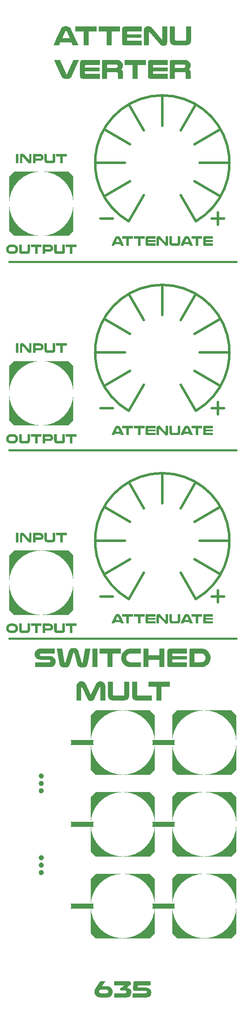
<source format=gto>
%TF.GenerationSoftware,KiCad,Pcbnew,9.0.0*%
%TF.CreationDate,2025-03-15T22:48:14+01:00*%
%TF.ProjectId,DMH_Multiverter_Mk2_PANEL,444d485f-4d75-46c7-9469-766572746572,rev?*%
%TF.SameCoordinates,Original*%
%TF.FileFunction,Legend,Top*%
%TF.FilePolarity,Positive*%
%FSLAX46Y46*%
G04 Gerber Fmt 4.6, Leading zero omitted, Abs format (unit mm)*
G04 Created by KiCad (PCBNEW 9.0.0) date 2025-03-15 22:48:14*
%MOMM*%
%LPD*%
G01*
G04 APERTURE LIST*
%ADD10C,0.550000*%
%ADD11C,1.000000*%
%ADD12C,0.400000*%
%ADD13C,0.800000*%
%ADD14C,0.875000*%
%ADD15C,0.150000*%
%ADD16C,0.000000*%
%ADD17C,0.500000*%
%ADD18C,4.000000*%
%ADD19C,0.500000*%
%ADD20C,12.000000*%
G04 APERTURE END LIST*
D10*
X58775000Y-200500000D02*
G75*
G02*
X58225000Y-200500000I-275000J0D01*
G01*
X58225000Y-200500000D02*
G75*
G02*
X58775000Y-200500000I275000J0D01*
G01*
X58775000Y-184000000D02*
G75*
G02*
X58225000Y-184000000I-275000J0D01*
G01*
X58225000Y-184000000D02*
G75*
G02*
X58775000Y-184000000I275000J0D01*
G01*
D11*
X81000000Y-192250000D02*
X85500000Y-192250000D01*
D10*
X58775000Y-202000000D02*
G75*
G02*
X58225000Y-202000000I-275000J0D01*
G01*
X58225000Y-202000000D02*
G75*
G02*
X58775000Y-202000000I275000J0D01*
G01*
D11*
X64500000Y-192250000D02*
X69000000Y-192250000D01*
D10*
X58775000Y-182500000D02*
G75*
G02*
X58225000Y-182500000I-275000J0D01*
G01*
X58225000Y-182500000D02*
G75*
G02*
X58775000Y-182500000I275000J0D01*
G01*
D11*
X64500000Y-208750000D02*
X69000000Y-208750000D01*
D12*
X52000000Y-154750000D02*
X98000000Y-154750000D01*
D10*
X58775000Y-199000000D02*
G75*
G02*
X58225000Y-199000000I-275000J0D01*
G01*
X58225000Y-199000000D02*
G75*
G02*
X58775000Y-199000000I275000J0D01*
G01*
D12*
X52000000Y-116750000D02*
X98000000Y-116750000D01*
D11*
X81000000Y-175750000D02*
X85500000Y-175750000D01*
D12*
X52000000Y-78750000D02*
X98000000Y-78750000D01*
D10*
X58775000Y-185500000D02*
G75*
G02*
X58225000Y-185500000I-275000J0D01*
G01*
X58225000Y-185500000D02*
G75*
G02*
X58775000Y-185500000I275000J0D01*
G01*
D11*
X64500000Y-175750000D02*
X69000000Y-175750000D01*
X81000000Y-208750000D02*
X85500000Y-208750000D01*
D13*
G36*
X61251081Y-156767166D02*
G01*
X58473552Y-156767166D01*
X58275462Y-156774815D01*
X58100584Y-156797093D01*
X57953115Y-156831138D01*
X57822961Y-156876758D01*
X57608117Y-156998377D01*
X57482170Y-157108862D01*
X57393787Y-157210902D01*
X57317862Y-157322459D01*
X57255821Y-157441480D01*
X57208052Y-157567642D01*
X57176113Y-157696763D01*
X57159681Y-157830598D01*
X57157571Y-157899232D01*
X57165277Y-158035173D01*
X57187957Y-158165841D01*
X57276875Y-158411265D01*
X57421278Y-158629836D01*
X57476797Y-158691067D01*
X57574214Y-158779463D01*
X57686314Y-158856697D01*
X57801370Y-158915424D01*
X57932067Y-158963272D01*
X58076802Y-158998685D01*
X58239940Y-159021977D01*
X58473552Y-159032763D01*
X60013503Y-159032763D01*
X60128523Y-159040586D01*
X60211076Y-159064083D01*
X60282170Y-159115806D01*
X60345934Y-159220892D01*
X60360572Y-159315352D01*
X60352962Y-159381236D01*
X60330956Y-159440578D01*
X60299023Y-159487055D01*
X60253770Y-159528552D01*
X60192234Y-159558449D01*
X60013503Y-159581332D01*
X57258199Y-159581332D01*
X57258199Y-160550000D01*
X60192533Y-160550000D01*
X60361611Y-160542324D01*
X60516299Y-160519855D01*
X60654200Y-160484417D01*
X60779659Y-160436439D01*
X60996164Y-160305717D01*
X61150209Y-160158234D01*
X61301785Y-159934468D01*
X61357238Y-159810974D01*
X61397846Y-159681483D01*
X61421879Y-159552485D01*
X61430111Y-159420621D01*
X61399949Y-159169443D01*
X61309627Y-158925677D01*
X61161728Y-158702808D01*
X61105513Y-158640753D01*
X61006511Y-158550749D01*
X60894448Y-158472341D01*
X60778774Y-158411607D01*
X60650059Y-158362871D01*
X60511905Y-158328063D01*
X60359727Y-158306473D01*
X60192533Y-158299057D01*
X58529483Y-158299057D01*
X58416207Y-158290900D01*
X58341809Y-158265063D01*
X58311130Y-158242882D01*
X58267974Y-158198109D01*
X58236069Y-158142145D01*
X58215875Y-158040160D01*
X58223526Y-157971366D01*
X58245814Y-157909776D01*
X58294277Y-157842812D01*
X58342466Y-157806704D01*
X58408958Y-157781922D01*
X58529483Y-157769783D01*
X61251081Y-157769783D01*
X61251081Y-156767166D01*
G37*
G36*
X65073482Y-157583914D02*
G01*
X65123684Y-157592510D01*
X65162428Y-157621415D01*
X65196825Y-157695778D01*
X65740021Y-159782588D01*
X65790760Y-159943684D01*
X65853204Y-160087415D01*
X65921326Y-160204717D01*
X65999678Y-160307462D01*
X66083724Y-160391696D01*
X66177236Y-160462970D01*
X66390252Y-160566038D01*
X66649087Y-160620340D01*
X66809560Y-160628157D01*
X66980700Y-160620464D01*
X67136354Y-160597877D01*
X67271989Y-160562735D01*
X67393992Y-160515122D01*
X67500573Y-160457060D01*
X67594768Y-160388293D01*
X67748010Y-160220163D01*
X67858410Y-160008126D01*
X67918178Y-159788206D01*
X68422296Y-156946196D01*
X68439148Y-156767166D01*
X67380600Y-156767166D01*
X67369365Y-156912735D01*
X66938276Y-159497313D01*
X66917670Y-159562507D01*
X66883435Y-159604092D01*
X66803942Y-159625785D01*
X66748559Y-159616997D01*
X66705737Y-159586748D01*
X66669609Y-159508304D01*
X66103942Y-157449825D01*
X66051624Y-157285199D01*
X65987065Y-157140509D01*
X65920986Y-157032359D01*
X65843993Y-156938619D01*
X65762661Y-156864957D01*
X65670612Y-156803365D01*
X65454939Y-156716983D01*
X65176350Y-156675975D01*
X65073482Y-156673377D01*
X64896945Y-156681233D01*
X64738434Y-156704965D01*
X64610330Y-156740103D01*
X64495260Y-156788478D01*
X64397865Y-156846491D01*
X64310810Y-156916623D01*
X64165083Y-157094049D01*
X64047450Y-157337331D01*
X64003942Y-157470586D01*
X63427041Y-159508060D01*
X63404537Y-159567181D01*
X63372478Y-159603895D01*
X63292707Y-159625785D01*
X63238714Y-159617767D01*
X63198178Y-159592907D01*
X63160352Y-159510171D01*
X63158374Y-159496824D01*
X62760746Y-156903698D01*
X62749511Y-156767166D01*
X61679972Y-156767166D01*
X61696825Y-156946196D01*
X62167236Y-159782588D01*
X62197911Y-159921521D01*
X62243919Y-160052153D01*
X62300288Y-160163731D01*
X62370620Y-160265985D01*
X62449644Y-160352377D01*
X62541749Y-160428699D01*
X62643423Y-160491961D01*
X62758005Y-160544178D01*
X62885035Y-160584326D01*
X63025516Y-160611952D01*
X63264619Y-160628157D01*
X63431745Y-160620286D01*
X63585447Y-160596449D01*
X63714339Y-160560431D01*
X63832400Y-160510553D01*
X63934462Y-160450255D01*
X64027107Y-160377060D01*
X64183395Y-160193174D01*
X64307924Y-159947426D01*
X64362247Y-159782588D01*
X64950384Y-157695778D01*
X64974238Y-157636139D01*
X65007525Y-157600685D01*
X65073482Y-157583914D01*
G37*
G36*
X68845324Y-156767166D02*
G01*
X68845324Y-160550000D01*
X69864550Y-160550000D01*
X69864550Y-156767166D01*
X68845324Y-156767166D01*
G37*
G36*
X70262177Y-156767166D02*
G01*
X70262177Y-157769783D01*
X71925471Y-157769783D01*
X71925471Y-160550000D01*
X72944452Y-160550000D01*
X72944452Y-157769783D01*
X74602128Y-157769783D01*
X74602128Y-156767166D01*
X70262177Y-156767166D01*
G37*
G36*
X78684403Y-159553244D02*
G01*
X76702128Y-159553244D01*
X76545994Y-159545586D01*
X76405476Y-159523242D01*
X76283270Y-159488421D01*
X76174216Y-159441528D01*
X75992460Y-159314943D01*
X75940579Y-159262595D01*
X75867029Y-159172031D01*
X75805750Y-159071810D01*
X75758132Y-158963832D01*
X75725070Y-158849057D01*
X75705373Y-158664200D01*
X75735425Y-158434761D01*
X75824427Y-158218966D01*
X75889699Y-158121140D01*
X75967084Y-158033257D01*
X75985275Y-158015736D01*
X76081691Y-157937527D01*
X76191604Y-157872452D01*
X76301150Y-157827504D01*
X76425372Y-157794762D01*
X76702128Y-157769783D01*
X78684403Y-157769783D01*
X78684403Y-156767166D01*
X76702128Y-156767166D01*
X76494369Y-156774865D01*
X76299098Y-156797495D01*
X76117688Y-156833924D01*
X75947785Y-156883623D01*
X75788451Y-156946168D01*
X75639971Y-157020710D01*
X75368909Y-157207328D01*
X75302128Y-157265666D01*
X75071052Y-157522059D01*
X74973608Y-157665142D01*
X74889233Y-157817082D01*
X74819462Y-157975162D01*
X74764046Y-158140236D01*
X74724401Y-158308123D01*
X74700060Y-158481162D01*
X74691765Y-158658827D01*
X74722126Y-159003811D01*
X74811845Y-159332520D01*
X74958201Y-159637348D01*
X75156856Y-159909355D01*
X75179030Y-159934019D01*
X75300584Y-160055692D01*
X75433621Y-160165774D01*
X75572666Y-160260055D01*
X75722754Y-160342271D01*
X75880312Y-160410340D01*
X76048804Y-160465647D01*
X76226981Y-160507307D01*
X76416295Y-160535204D01*
X76702128Y-160550000D01*
X78684403Y-160550000D01*
X78684403Y-159553244D01*
G37*
G36*
X82442079Y-156767166D02*
G01*
X82442079Y-158142742D01*
X80185275Y-158142742D01*
X80185275Y-156767166D01*
X79166050Y-156767166D01*
X79166050Y-160550000D01*
X80185275Y-160550000D01*
X80185275Y-159094801D01*
X82442079Y-159094801D01*
X82442079Y-160550000D01*
X83461060Y-160550000D01*
X83461060Y-156767166D01*
X82442079Y-156767166D01*
G37*
G36*
X84561619Y-156767166D02*
G01*
X84436104Y-156774993D01*
X84327246Y-156798516D01*
X84244903Y-156832426D01*
X84175576Y-156878692D01*
X84122508Y-156933199D01*
X84080833Y-156998595D01*
X84031220Y-157165405D01*
X84024040Y-157276901D01*
X84024040Y-160023656D01*
X84031846Y-160143478D01*
X84055221Y-160247710D01*
X84089282Y-160327807D01*
X84135712Y-160395522D01*
X84257585Y-160490103D01*
X84428792Y-160541418D01*
X84556001Y-160550000D01*
X88005687Y-160550000D01*
X88005687Y-159581332D01*
X85127285Y-159581332D01*
X85083329Y-159573517D01*
X85054411Y-159550069D01*
X85037648Y-159481681D01*
X85037648Y-159027145D01*
X87988834Y-159027145D01*
X87988834Y-158299057D01*
X85037648Y-158299057D01*
X85037648Y-157865526D01*
X85045616Y-157816880D01*
X85070125Y-157784912D01*
X85127285Y-157769783D01*
X88005687Y-157769783D01*
X88005687Y-156767166D01*
X84561619Y-156767166D01*
G37*
G36*
X90854668Y-156768381D02*
G01*
X91055435Y-156781850D01*
X91244121Y-156809680D01*
X91422235Y-156851515D01*
X91588836Y-156906522D01*
X91748097Y-156975880D01*
X91896032Y-157057611D01*
X92039289Y-157155688D01*
X92171005Y-157265666D01*
X92310042Y-157408562D01*
X92512440Y-157686397D01*
X92660697Y-157993562D01*
X92750993Y-158320352D01*
X92781367Y-158658827D01*
X92781304Y-158674771D01*
X92771882Y-158852948D01*
X92746959Y-159025929D01*
X92706427Y-159195865D01*
X92651340Y-159358923D01*
X92581550Y-159516154D01*
X92498407Y-159664783D01*
X92402315Y-159804525D01*
X92294347Y-159934019D01*
X92112380Y-160108291D01*
X91840648Y-160295123D01*
X91690692Y-160370141D01*
X91530069Y-160432942D01*
X91358375Y-160482978D01*
X91175602Y-160519567D01*
X90979174Y-160542288D01*
X90771005Y-160550000D01*
X88727180Y-160550000D01*
X88712060Y-160549767D01*
X88588113Y-160522251D01*
X88544259Y-160491771D01*
X88511757Y-160449938D01*
X88488525Y-160387418D01*
X88480739Y-160309420D01*
X88480739Y-157847941D01*
X89494347Y-157847941D01*
X89494347Y-159475087D01*
X89501216Y-159518296D01*
X89525029Y-159544968D01*
X89567132Y-159553244D01*
X90771005Y-159553244D01*
X90863401Y-159550656D01*
X91005833Y-159535154D01*
X91134072Y-159506408D01*
X91250061Y-159464758D01*
X91353107Y-159411330D01*
X91449353Y-159342591D01*
X91532798Y-159262595D01*
X91649268Y-159105025D01*
X91737819Y-158891667D01*
X91767760Y-158664200D01*
X91767588Y-158646688D01*
X91757065Y-158526456D01*
X91730936Y-158410503D01*
X91689576Y-158298871D01*
X91634252Y-158194566D01*
X91487857Y-158015736D01*
X91476609Y-158005446D01*
X91295600Y-157879553D01*
X91190159Y-157833800D01*
X91070920Y-157799627D01*
X90930499Y-157777421D01*
X90771005Y-157769783D01*
X89567132Y-157769783D01*
X89527307Y-157776941D01*
X89502375Y-157802077D01*
X89494347Y-157847941D01*
X88480739Y-157847941D01*
X88480739Y-157002372D01*
X88506994Y-156874677D01*
X88538113Y-156830847D01*
X88581069Y-156798429D01*
X88646207Y-156774982D01*
X88727180Y-156767166D01*
X90771005Y-156767166D01*
X90854668Y-156768381D01*
G37*
G36*
X68549547Y-167348157D02*
G01*
X68674043Y-167340233D01*
X68793362Y-167316027D01*
X68896334Y-167278775D01*
X68990513Y-167226657D01*
X69066860Y-167165819D01*
X69132566Y-167091843D01*
X69187998Y-167000355D01*
X70335939Y-164616301D01*
X70378136Y-164577475D01*
X70408723Y-164571360D01*
X70445195Y-164579176D01*
X70475821Y-164602623D01*
X70498361Y-164672477D01*
X70498361Y-167270000D01*
X71472889Y-167270000D01*
X71472889Y-164492958D01*
X71465171Y-164320844D01*
X71442406Y-164167070D01*
X71407720Y-164037772D01*
X71360687Y-163922432D01*
X71303100Y-163821872D01*
X71234590Y-163732572D01*
X71119959Y-163623454D01*
X71012805Y-163548027D01*
X70892831Y-163484619D01*
X70771503Y-163439181D01*
X70640179Y-163408304D01*
X70459282Y-163393377D01*
X70326840Y-163401061D01*
X70204800Y-163423587D01*
X70093880Y-163459627D01*
X69991916Y-163508613D01*
X69807490Y-163647146D01*
X69642106Y-163847386D01*
X69501605Y-164100460D01*
X68644802Y-165963056D01*
X68617837Y-166009491D01*
X68583134Y-166031523D01*
X68549547Y-166035840D01*
X68503875Y-166026674D01*
X68469689Y-165993770D01*
X68454536Y-165963056D01*
X67597732Y-164100460D01*
X67510061Y-163931957D01*
X67410582Y-163781799D01*
X67319445Y-163674745D01*
X67218125Y-163582884D01*
X67119104Y-163515336D01*
X67010551Y-163461689D01*
X66898926Y-163424711D01*
X66777587Y-163401684D01*
X66640056Y-163393377D01*
X66388788Y-163422606D01*
X66158371Y-163507618D01*
X65979379Y-163623454D01*
X65888478Y-163706647D01*
X65810053Y-163801771D01*
X65749333Y-163901252D01*
X65700216Y-164013174D01*
X65639118Y-164275446D01*
X65626448Y-164492958D01*
X65626448Y-167270000D01*
X66600977Y-167270000D01*
X66600977Y-164672721D01*
X66608164Y-164629790D01*
X66627209Y-164598647D01*
X66690370Y-164571605D01*
X66753395Y-164600136D01*
X66763399Y-164616545D01*
X67911340Y-167000844D01*
X68017926Y-167151789D01*
X68168324Y-167262012D01*
X68362441Y-167329749D01*
X68549547Y-167348157D01*
G37*
G36*
X75020273Y-167270000D02*
G01*
X75249666Y-167262113D01*
X75455012Y-167238167D01*
X75616811Y-167203364D01*
X75760965Y-167155433D01*
X75877298Y-167100125D01*
X75979800Y-167033469D01*
X76064661Y-166959483D01*
X76137722Y-166874880D01*
X76249664Y-166673272D01*
X76320722Y-166413591D01*
X76347488Y-166060753D01*
X76347488Y-163487166D01*
X75328263Y-163487166D01*
X75328263Y-165948890D01*
X75320429Y-166045767D01*
X75296855Y-166126610D01*
X75263581Y-166183983D01*
X75218315Y-166229732D01*
X75095200Y-166286303D01*
X74953106Y-166301332D01*
X73379449Y-166301332D01*
X73276155Y-166293517D01*
X73190902Y-166270069D01*
X73131545Y-166237363D01*
X73084804Y-166193073D01*
X73029013Y-166074997D01*
X73015527Y-165948890D01*
X73015527Y-163487166D01*
X71996302Y-163487166D01*
X71996302Y-166060753D01*
X72004234Y-166262123D01*
X72028499Y-166443842D01*
X72063775Y-166587361D01*
X72112624Y-166716353D01*
X72169559Y-166821802D01*
X72238593Y-166915551D01*
X72316645Y-166994793D01*
X72406517Y-167063617D01*
X72626101Y-167171873D01*
X72915941Y-167242477D01*
X73323518Y-167270000D01*
X75020273Y-167270000D01*
G37*
G36*
X80843266Y-167270000D02*
G01*
X80843266Y-166301332D01*
X78216923Y-166301332D01*
X78094912Y-166292938D01*
X78004487Y-166265439D01*
X77958373Y-166233396D01*
X77924264Y-166189387D01*
X77887045Y-166061695D01*
X77880845Y-165943272D01*
X77880845Y-163487166D01*
X76861619Y-163487166D01*
X76861619Y-166038283D01*
X76869695Y-166256781D01*
X76894961Y-166453879D01*
X76930456Y-166602415D01*
X76979999Y-166735996D01*
X77036575Y-166842204D01*
X77105617Y-166936619D01*
X77182626Y-167014774D01*
X77271802Y-167082487D01*
X77488363Y-167186473D01*
X77773996Y-167250866D01*
X78093580Y-167270000D01*
X80843266Y-167270000D01*
G37*
G36*
X80174529Y-163487166D02*
G01*
X80174529Y-164489783D01*
X81837823Y-164489783D01*
X81837823Y-167270000D01*
X82856804Y-167270000D01*
X82856804Y-164489783D01*
X84514481Y-164489783D01*
X84514481Y-163487166D01*
X80174529Y-163487166D01*
G37*
G36*
X63783369Y-31201161D02*
G01*
X64030009Y-31280776D01*
X64139759Y-31340140D01*
X64240764Y-31412636D01*
X64336531Y-31501815D01*
X64423280Y-31605267D01*
X64506515Y-31732135D01*
X64579867Y-31875575D01*
X65946162Y-34882205D01*
X66007711Y-35050000D01*
X64865387Y-35050000D01*
X64820948Y-34922455D01*
X64820446Y-34921284D01*
X64618946Y-34462107D01*
X62378995Y-34462107D01*
X62183112Y-34915666D01*
X62182703Y-34916756D01*
X62143789Y-35050000D01*
X60973377Y-35050000D01*
X61034926Y-34882205D01*
X61600499Y-33627529D01*
X62748534Y-33627529D01*
X64249406Y-33627529D01*
X63666887Y-32268562D01*
X63604848Y-32184753D01*
X63552275Y-32158771D01*
X63493475Y-32150593D01*
X63484666Y-32150757D01*
X63395390Y-32178126D01*
X63357220Y-32214067D01*
X63325436Y-32268562D01*
X62748534Y-33627529D01*
X61600499Y-33627529D01*
X62390230Y-31875575D01*
X62539421Y-31613683D01*
X62710895Y-31425546D01*
X62808849Y-31351620D01*
X62915795Y-31290571D01*
X63036590Y-31240801D01*
X63167880Y-31204748D01*
X63321293Y-31181206D01*
X63487857Y-31173377D01*
X63783369Y-31201161D01*
G37*
G36*
X65394905Y-31267166D02*
G01*
X65394905Y-32269783D01*
X67058199Y-32269783D01*
X67058199Y-35050000D01*
X68077180Y-35050000D01*
X68077180Y-32269783D01*
X69734857Y-32269783D01*
X69734857Y-31267166D01*
X65394905Y-31267166D01*
G37*
G36*
X70103907Y-31267166D02*
G01*
X70103907Y-32269783D01*
X71767201Y-32269783D01*
X71767201Y-35050000D01*
X72786182Y-35050000D01*
X72786182Y-32269783D01*
X74443859Y-32269783D01*
X74443859Y-31267166D01*
X70103907Y-31267166D01*
G37*
G36*
X75372226Y-31267166D02*
G01*
X75246711Y-31274993D01*
X75137853Y-31298516D01*
X75055510Y-31332426D01*
X74986183Y-31378692D01*
X74933115Y-31433199D01*
X74891440Y-31498595D01*
X74841827Y-31665405D01*
X74834647Y-31776901D01*
X74834647Y-34523656D01*
X74842453Y-34643478D01*
X74865828Y-34747710D01*
X74899889Y-34827807D01*
X74946319Y-34895522D01*
X75068192Y-34990103D01*
X75239399Y-35041418D01*
X75366608Y-35050000D01*
X78816294Y-35050000D01*
X78816294Y-34081332D01*
X75937892Y-34081332D01*
X75893936Y-34073517D01*
X75865018Y-34050069D01*
X75848255Y-33981681D01*
X75848255Y-33527145D01*
X78799441Y-33527145D01*
X78799441Y-32799057D01*
X75848255Y-32799057D01*
X75848255Y-32365526D01*
X75856223Y-32316880D01*
X75880732Y-32284912D01*
X75937892Y-32269783D01*
X78816294Y-32269783D01*
X78816294Y-31267166D01*
X75372226Y-31267166D01*
G37*
G36*
X83989602Y-31267166D02*
G01*
X82998464Y-31267166D01*
X82998464Y-33712770D01*
X82991137Y-33760980D01*
X82971106Y-33793591D01*
X82920062Y-33813398D01*
X82870328Y-33805704D01*
X82824808Y-33768702D01*
X80976866Y-31558304D01*
X80870269Y-31439806D01*
X80762184Y-31345945D01*
X80664912Y-31282914D01*
X80562262Y-31235527D01*
X80335664Y-31182647D01*
X80159386Y-31173377D01*
X80005292Y-31181375D01*
X79861823Y-31206100D01*
X79745601Y-31242557D01*
X79639852Y-31293557D01*
X79553901Y-31352994D01*
X79478209Y-31425556D01*
X79416544Y-31507109D01*
X79365505Y-31601473D01*
X79298165Y-31829490D01*
X79280111Y-32059979D01*
X79280111Y-35050000D01*
X80276866Y-35050000D01*
X80276866Y-32480565D01*
X80284130Y-32437052D01*
X80303711Y-32404185D01*
X80369429Y-32374112D01*
X80372121Y-32374075D01*
X80409530Y-32381891D01*
X80443730Y-32405338D01*
X80461758Y-32424633D01*
X82539288Y-34831402D01*
X82621274Y-34914311D01*
X82711341Y-34982839D01*
X82913073Y-35077629D01*
X83159926Y-35123722D01*
X83278367Y-35128157D01*
X83392536Y-35120241D01*
X83502747Y-35096088D01*
X83600347Y-35058280D01*
X83690905Y-35005253D01*
X83767634Y-34941507D01*
X83835289Y-34863636D01*
X83890245Y-34775490D01*
X83934353Y-34673679D01*
X83966033Y-34559481D01*
X83984754Y-34431293D01*
X83989602Y-34317027D01*
X83989602Y-31267166D01*
G37*
G36*
X87548953Y-35050000D02*
G01*
X87778346Y-35042113D01*
X87983693Y-35018167D01*
X88145492Y-34983364D01*
X88289645Y-34935433D01*
X88405978Y-34880125D01*
X88508480Y-34813469D01*
X88593341Y-34739483D01*
X88666403Y-34654880D01*
X88778344Y-34453272D01*
X88849402Y-34193591D01*
X88876168Y-33840753D01*
X88876168Y-31267166D01*
X87856943Y-31267166D01*
X87856943Y-33728890D01*
X87849109Y-33825767D01*
X87825536Y-33906610D01*
X87792261Y-33963983D01*
X87746995Y-34009732D01*
X87623880Y-34066303D01*
X87481786Y-34081332D01*
X85908129Y-34081332D01*
X85804835Y-34073517D01*
X85719583Y-34050069D01*
X85660225Y-34017363D01*
X85613484Y-33973073D01*
X85557693Y-33854997D01*
X85544208Y-33728890D01*
X85544208Y-31267166D01*
X84524982Y-31267166D01*
X84524982Y-33840753D01*
X84532915Y-34042123D01*
X84557179Y-34223842D01*
X84592455Y-34367361D01*
X84641304Y-34496353D01*
X84698239Y-34601802D01*
X84767273Y-34695551D01*
X84845325Y-34774793D01*
X84935197Y-34843617D01*
X85154781Y-34951873D01*
X85444622Y-35022477D01*
X85852198Y-35050000D01*
X87548953Y-35050000D01*
G37*
G36*
X62549965Y-41154508D02*
G01*
X62622857Y-41296492D01*
X62705588Y-41421836D01*
X62791832Y-41523847D01*
X62887111Y-41611671D01*
X62987933Y-41683151D01*
X63097613Y-41741639D01*
X63345738Y-41820389D01*
X63647592Y-41848157D01*
X63814858Y-41840313D01*
X63968928Y-41816668D01*
X64100127Y-41780585D01*
X64220875Y-41730705D01*
X64327415Y-41669663D01*
X64425035Y-41595643D01*
X64595552Y-41407347D01*
X64739358Y-41154508D01*
X66094662Y-38155205D01*
X66156211Y-37987166D01*
X64974564Y-37987166D01*
X64929867Y-38121500D01*
X63809770Y-40734654D01*
X63775153Y-40794916D01*
X63734803Y-40831712D01*
X63652966Y-40852135D01*
X63598541Y-40843948D01*
X63549670Y-40817900D01*
X63490789Y-40734654D01*
X62359456Y-38121500D01*
X62320377Y-37987166D01*
X61121877Y-37987166D01*
X61183426Y-38155205D01*
X62549965Y-41154508D01*
G37*
G36*
X66899930Y-37987166D02*
G01*
X66774415Y-37994993D01*
X66665557Y-38018516D01*
X66583215Y-38052426D01*
X66513888Y-38098692D01*
X66460820Y-38153199D01*
X66419145Y-38218595D01*
X66369531Y-38385405D01*
X66362352Y-38496901D01*
X66362352Y-41243656D01*
X66370157Y-41363478D01*
X66393533Y-41467710D01*
X66427593Y-41547807D01*
X66474023Y-41615522D01*
X66595897Y-41710103D01*
X66767103Y-41761418D01*
X66894313Y-41770000D01*
X70343999Y-41770000D01*
X70343999Y-40801332D01*
X67465597Y-40801332D01*
X67421640Y-40793517D01*
X67392722Y-40770069D01*
X67375959Y-40701681D01*
X67375959Y-40247145D01*
X70327146Y-40247145D01*
X70327146Y-39519057D01*
X67375959Y-39519057D01*
X67375959Y-39085526D01*
X67383927Y-39036880D01*
X67408437Y-39004912D01*
X67465597Y-38989783D01*
X70343999Y-38989783D01*
X70343999Y-37987166D01*
X66899930Y-37987166D01*
G37*
G36*
X73980163Y-37998827D02*
G01*
X74134742Y-38023488D01*
X74274219Y-38060854D01*
X74402942Y-38111584D01*
X74518036Y-38173896D01*
X74629513Y-38254060D01*
X74727669Y-38345715D01*
X74765221Y-38387509D01*
X74911152Y-38604541D01*
X75000355Y-38842657D01*
X75030286Y-39090411D01*
X75013386Y-39305100D01*
X74948843Y-39529144D01*
X74836771Y-39717086D01*
X74761655Y-39799178D01*
X74671738Y-39874187D01*
X74802280Y-39968690D01*
X74924187Y-40116082D01*
X74970083Y-40211587D01*
X75003591Y-40322217D01*
X75027743Y-40475852D01*
X75035659Y-40657718D01*
X75035659Y-41412428D01*
X75052512Y-41770000D01*
X74027669Y-41770000D01*
X74011061Y-41518674D01*
X74011061Y-40763963D01*
X73999326Y-40648274D01*
X73946198Y-40536554D01*
X73897729Y-40493224D01*
X73834504Y-40461440D01*
X73729400Y-40436415D01*
X73596581Y-40428374D01*
X71832659Y-40428374D01*
X71832659Y-41770000D01*
X70819051Y-41770000D01*
X70819051Y-39017627D01*
X71832659Y-39017627D01*
X71832659Y-39565952D01*
X73624668Y-39565952D01*
X73775764Y-39540673D01*
X73850891Y-39499280D01*
X73910188Y-39442854D01*
X73954304Y-39372450D01*
X73982973Y-39246971D01*
X73965260Y-39141437D01*
X73898953Y-39034480D01*
X73793118Y-38962538D01*
X73716386Y-38941132D01*
X73624668Y-38933607D01*
X71916678Y-38933607D01*
X71864034Y-38947847D01*
X71840488Y-38976607D01*
X71832659Y-39017627D01*
X70819051Y-39017627D01*
X70819051Y-38222372D01*
X70819142Y-38213501D01*
X70845822Y-38094046D01*
X70877285Y-38050604D01*
X70920822Y-38018429D01*
X70987590Y-37994982D01*
X71071110Y-37987166D01*
X73759002Y-37987166D01*
X73980163Y-37998827D01*
G37*
G36*
X75363922Y-37987166D02*
G01*
X75363922Y-38989783D01*
X77027216Y-38989783D01*
X77027216Y-41770000D01*
X78046197Y-41770000D01*
X78046197Y-38989783D01*
X79703873Y-38989783D01*
X79703873Y-37987166D01*
X75363922Y-37987166D01*
G37*
G36*
X80632240Y-37987166D02*
G01*
X80506725Y-37994993D01*
X80397867Y-38018516D01*
X80315525Y-38052426D01*
X80246198Y-38098692D01*
X80193130Y-38153199D01*
X80151454Y-38218595D01*
X80101841Y-38385405D01*
X80094662Y-38496901D01*
X80094662Y-41243656D01*
X80102467Y-41363478D01*
X80125842Y-41467710D01*
X80159903Y-41547807D01*
X80206333Y-41615522D01*
X80328207Y-41710103D01*
X80499413Y-41761418D01*
X80626622Y-41770000D01*
X84076308Y-41770000D01*
X84076308Y-40801332D01*
X81197906Y-40801332D01*
X81153950Y-40793517D01*
X81125032Y-40770069D01*
X81108269Y-40701681D01*
X81108269Y-40247145D01*
X84059456Y-40247145D01*
X84059456Y-39519057D01*
X81108269Y-39519057D01*
X81108269Y-39085526D01*
X81116237Y-39036880D01*
X81140747Y-39004912D01*
X81197906Y-38989783D01*
X84076308Y-38989783D01*
X84076308Y-37987166D01*
X80632240Y-37987166D01*
G37*
G36*
X87712473Y-37998827D02*
G01*
X87867052Y-38023488D01*
X88006529Y-38060854D01*
X88135252Y-38111584D01*
X88250346Y-38173896D01*
X88361822Y-38254060D01*
X88459979Y-38345715D01*
X88497531Y-38387509D01*
X88643461Y-38604541D01*
X88732664Y-38842657D01*
X88762596Y-39090411D01*
X88745695Y-39305100D01*
X88681153Y-39529144D01*
X88569081Y-39717086D01*
X88493965Y-39799178D01*
X88404047Y-39874187D01*
X88534590Y-39968690D01*
X88656497Y-40116082D01*
X88702392Y-40211587D01*
X88735901Y-40322217D01*
X88760053Y-40475852D01*
X88767969Y-40657718D01*
X88767969Y-41412428D01*
X88784822Y-41770000D01*
X87759979Y-41770000D01*
X87743371Y-41518674D01*
X87743371Y-40763963D01*
X87731636Y-40648274D01*
X87678508Y-40536554D01*
X87630039Y-40493224D01*
X87566814Y-40461440D01*
X87461710Y-40436415D01*
X87328890Y-40428374D01*
X85564969Y-40428374D01*
X85564969Y-41770000D01*
X84551361Y-41770000D01*
X84551361Y-39017627D01*
X85564969Y-39017627D01*
X85564969Y-39565952D01*
X87356978Y-39565952D01*
X87508074Y-39540673D01*
X87583201Y-39499280D01*
X87642498Y-39442854D01*
X87686614Y-39372450D01*
X87715283Y-39246971D01*
X87697570Y-39141437D01*
X87631263Y-39034480D01*
X87525428Y-38962538D01*
X87448696Y-38941132D01*
X87356978Y-38933607D01*
X85648988Y-38933607D01*
X85596343Y-38947847D01*
X85572798Y-38976607D01*
X85564969Y-39017627D01*
X84551361Y-39017627D01*
X84551361Y-38222372D01*
X84551452Y-38213501D01*
X84578132Y-38094046D01*
X84609595Y-38050604D01*
X84653132Y-38018429D01*
X84719900Y-37994982D01*
X84803419Y-37987166D01*
X87491312Y-37987166D01*
X87712473Y-37998827D01*
G37*
D14*
G36*
X71434260Y-224025210D02*
G01*
X71354065Y-224146839D01*
X70815082Y-224909365D01*
X70800336Y-224943773D01*
X70815082Y-224963221D01*
X70864316Y-224955594D01*
X70962131Y-224938252D01*
X71101128Y-224924998D01*
X71314742Y-224919196D01*
X71755844Y-224919196D01*
X72011091Y-224938841D01*
X72142759Y-224967028D01*
X72264006Y-225006686D01*
X72378331Y-225058751D01*
X72482477Y-225121477D01*
X72582494Y-225198987D01*
X72672030Y-225286782D01*
X72737639Y-225366094D01*
X72865875Y-225580791D01*
X72944554Y-225815867D01*
X72971013Y-226060848D01*
X72947806Y-226292194D01*
X72915692Y-226415232D01*
X72870808Y-226532674D01*
X72813821Y-226643627D01*
X72745547Y-226746865D01*
X72680760Y-226827237D01*
X72506085Y-226984827D01*
X72296250Y-227101879D01*
X72177069Y-227144634D01*
X72047838Y-227176139D01*
X71907121Y-227195786D01*
X71755844Y-227202501D01*
X70516098Y-227202501D01*
X70231662Y-227181826D01*
X70097253Y-227154031D01*
X69976120Y-227115489D01*
X69862280Y-227064418D01*
X69760339Y-227003175D01*
X69657088Y-226922148D01*
X69565505Y-226830213D01*
X69497718Y-226747868D01*
X69370633Y-226534609D01*
X69292926Y-226302962D01*
X69266735Y-226060848D01*
X69272474Y-225992247D01*
X70212413Y-225992247D01*
X70236443Y-226123821D01*
X70310293Y-226242290D01*
X70332980Y-226264504D01*
X70383882Y-226301290D01*
X70446202Y-226329395D01*
X70526428Y-226348307D01*
X70624023Y-226354917D01*
X71667581Y-226354917D01*
X71703864Y-226354089D01*
X71791011Y-226343852D01*
X71863118Y-226322869D01*
X71928963Y-226287810D01*
X71981311Y-226242290D01*
X72052483Y-226130635D01*
X72079191Y-225992247D01*
X72063633Y-225881684D01*
X72005674Y-225771695D01*
X71960177Y-225723109D01*
X71906648Y-225684560D01*
X71842676Y-225655540D01*
X71762439Y-225636241D01*
X71667581Y-225629577D01*
X70624023Y-225629577D01*
X70543150Y-225634320D01*
X70464403Y-225650563D01*
X70397779Y-225677489D01*
X70336042Y-225719110D01*
X70285930Y-225771695D01*
X70239866Y-225848265D01*
X70219264Y-225917605D01*
X70212413Y-225992247D01*
X69272474Y-225992247D01*
X69283988Y-225854606D01*
X69312272Y-225734631D01*
X69356218Y-225611322D01*
X69426537Y-225464979D01*
X69521480Y-225306230D01*
X70369064Y-224005148D01*
X70423133Y-223892521D01*
X71496183Y-223892521D01*
X71434260Y-224025210D01*
G37*
G36*
X73253541Y-223892521D02*
G01*
X73253541Y-224769811D01*
X75218414Y-224769811D01*
X75248219Y-224776075D01*
X75266568Y-224792569D01*
X75272269Y-224813836D01*
X75265132Y-224842801D01*
X75242524Y-224865300D01*
X75223116Y-224877309D01*
X74649939Y-225239338D01*
X74548891Y-225312924D01*
X74482456Y-225392956D01*
X74459889Y-225447595D01*
X74449680Y-225510779D01*
X74449049Y-225532979D01*
X74456784Y-225616690D01*
X74483571Y-225692267D01*
X74516676Y-225737817D01*
X74563698Y-225775181D01*
X74619979Y-225800559D01*
X74690649Y-225816491D01*
X74772396Y-225821704D01*
X75438752Y-225821704D01*
X75524511Y-225828332D01*
X75594083Y-225847371D01*
X75645015Y-225874956D01*
X75683895Y-225911087D01*
X75729245Y-226005991D01*
X75737735Y-226085853D01*
X75730581Y-226160047D01*
X75707856Y-226225776D01*
X75676446Y-226271436D01*
X75632371Y-226308474D01*
X75579005Y-226334041D01*
X75512919Y-226349876D01*
X75438752Y-226354917D01*
X73243711Y-226354917D01*
X73243711Y-227202501D01*
X75703328Y-227202501D01*
X75840942Y-227195805D01*
X75969740Y-227176288D01*
X76090146Y-227144612D01*
X76201273Y-227101716D01*
X76397195Y-226984015D01*
X76555436Y-226827710D01*
X76672229Y-226637718D01*
X76742500Y-226420777D01*
X76761846Y-226222842D01*
X76755109Y-226083661D01*
X76735305Y-225956213D01*
X76704266Y-225843821D01*
X76662111Y-225742031D01*
X76610212Y-225651874D01*
X76548580Y-225571651D01*
X76396188Y-225438889D01*
X76202149Y-225341452D01*
X75961329Y-225281551D01*
X75899516Y-225273745D01*
X75875735Y-225262473D01*
X75865761Y-225242758D01*
X75865108Y-225234422D01*
X75884769Y-225195313D01*
X76423752Y-224804005D01*
X76522234Y-224719960D01*
X76597024Y-224631780D01*
X76636424Y-224561602D01*
X76661916Y-224485255D01*
X76673582Y-224377649D01*
X76666750Y-224289087D01*
X76646278Y-224206401D01*
X76614239Y-224134393D01*
X76569961Y-224069788D01*
X76515834Y-224015568D01*
X76450436Y-223970064D01*
X76374606Y-223934492D01*
X76287783Y-223909246D01*
X76119853Y-223892521D01*
X73253541Y-223892521D01*
G37*
G36*
X77015309Y-226354917D02*
G01*
X77015309Y-227202501D01*
X79680731Y-227202501D01*
X79842095Y-227195791D01*
X79988377Y-227176177D01*
X80116466Y-227145572D01*
X80231686Y-227104271D01*
X80333611Y-227053593D01*
X80424200Y-226993823D01*
X80553105Y-226874238D01*
X80672026Y-226694130D01*
X80749101Y-226478773D01*
X80778264Y-226233977D01*
X80778358Y-226218782D01*
X80771569Y-226093472D01*
X80751398Y-225972756D01*
X80718595Y-225858905D01*
X80673291Y-225751468D01*
X80616987Y-225653244D01*
X80549202Y-225563014D01*
X80430434Y-225447707D01*
X80337589Y-225382558D01*
X80232511Y-225327613D01*
X80122339Y-225286523D01*
X79998306Y-225255656D01*
X79702079Y-225227368D01*
X79671114Y-225227156D01*
X78088359Y-225227156D01*
X78042675Y-225219735D01*
X78021846Y-225195143D01*
X78019757Y-225153425D01*
X78049036Y-224828796D01*
X78060561Y-224793563D01*
X78085278Y-224774084D01*
X78112722Y-224769811D01*
X80655901Y-224769811D01*
X80655901Y-223892521D01*
X77495521Y-223892521D01*
X77409583Y-223899344D01*
X77335707Y-223919751D01*
X77280100Y-223949417D01*
X77234556Y-223989798D01*
X77175920Y-224097543D01*
X77157427Y-224211167D01*
X77083910Y-225526140D01*
X77086882Y-225606273D01*
X77103311Y-225673982D01*
X77129672Y-225725601D01*
X77166123Y-225767033D01*
X77266392Y-225819962D01*
X77382680Y-225834741D01*
X79577935Y-225834741D01*
X79670726Y-225841579D01*
X79744057Y-225862096D01*
X79813019Y-225907830D01*
X79868531Y-226000813D01*
X79881620Y-226092478D01*
X79874910Y-226159596D01*
X79855293Y-226217666D01*
X79813019Y-226277125D01*
X79767719Y-226312107D01*
X79709955Y-226337379D01*
X79577935Y-226354917D01*
X77015309Y-226354917D01*
G37*
D15*
G36*
X52841000Y-151739181D02*
G01*
X52941393Y-151745892D01*
X53035740Y-151759784D01*
X53124809Y-151780683D01*
X53208122Y-151808169D01*
X53287794Y-151842845D01*
X53361807Y-151883713D01*
X53433532Y-151932792D01*
X53499494Y-151987833D01*
X53569012Y-152059281D01*
X53670211Y-152198198D01*
X53744340Y-152351781D01*
X53789488Y-152515176D01*
X53804675Y-152684413D01*
X53804644Y-152692301D01*
X53799938Y-152781359D01*
X53787478Y-152867822D01*
X53767206Y-152952793D01*
X53739654Y-153034326D01*
X53704736Y-153112971D01*
X53663141Y-153187313D01*
X53615060Y-153257226D01*
X53561043Y-153322009D01*
X53470103Y-153409144D01*
X53334273Y-153502550D01*
X53259294Y-153540063D01*
X53178979Y-153571466D01*
X53093129Y-153596487D01*
X53001743Y-153614783D01*
X52903548Y-153626144D01*
X52799494Y-153630000D01*
X52401866Y-153630000D01*
X52258950Y-153622602D01*
X52164293Y-153608653D01*
X52075204Y-153587823D01*
X51990958Y-153560170D01*
X51912179Y-153526135D01*
X51837135Y-153485027D01*
X51767613Y-153437887D01*
X51701094Y-153382846D01*
X51640317Y-153322009D01*
X51629230Y-153309677D01*
X51529903Y-153173674D01*
X51456725Y-153021260D01*
X51411865Y-152856905D01*
X51396921Y-152687100D01*
X51903489Y-152687100D01*
X51913337Y-152779528D01*
X51929868Y-152836916D01*
X51953677Y-152890905D01*
X51984317Y-152941015D01*
X52021092Y-152986297D01*
X52047032Y-153012471D01*
X52137910Y-153075764D01*
X52192437Y-153099210D01*
X52253540Y-153116621D01*
X52323799Y-153127793D01*
X52401866Y-153131622D01*
X52799494Y-153131622D01*
X52845615Y-153130330D01*
X52916808Y-153122582D01*
X52980913Y-153108210D01*
X53038903Y-153087383D01*
X53090427Y-153060665D01*
X53138546Y-153026295D01*
X53180268Y-152986297D01*
X53238636Y-152907330D01*
X53282908Y-152800684D01*
X53297871Y-152687100D01*
X53297792Y-152678682D01*
X53292565Y-152618558D01*
X53279525Y-152560570D01*
X53258840Y-152504675D01*
X53231166Y-152452450D01*
X53157920Y-152362868D01*
X53152322Y-152357747D01*
X53061788Y-152294790D01*
X53009039Y-152271905D01*
X52949397Y-152254813D01*
X52879199Y-152243710D01*
X52799494Y-152239891D01*
X52401866Y-152239891D01*
X52263488Y-152252381D01*
X52201377Y-152268752D01*
X52146604Y-152291226D01*
X52091648Y-152323763D01*
X52043440Y-152362868D01*
X52034344Y-152371628D01*
X51995652Y-152415570D01*
X51963016Y-152464483D01*
X51918515Y-152572380D01*
X51903489Y-152687100D01*
X51396921Y-152687100D01*
X51396685Y-152684413D01*
X51400832Y-152595581D01*
X51413003Y-152509061D01*
X51432825Y-152425118D01*
X51460533Y-152342581D01*
X51495419Y-152263541D01*
X51537606Y-152187571D01*
X51586328Y-152116029D01*
X51701866Y-151987833D01*
X51735257Y-151958664D01*
X51870788Y-151865355D01*
X51945028Y-151828084D01*
X52024695Y-151796811D01*
X52109646Y-151771962D01*
X52200351Y-151753747D01*
X52297987Y-151742432D01*
X52401866Y-151738583D01*
X52799494Y-151738583D01*
X52841000Y-151739181D01*
G37*
G36*
X55547958Y-153630000D02*
G01*
X55662655Y-153626056D01*
X55765328Y-153614083D01*
X55846228Y-153596682D01*
X55918305Y-153572716D01*
X55976471Y-153545062D01*
X56027722Y-153511734D01*
X56070153Y-153474741D01*
X56106683Y-153432440D01*
X56162654Y-153331636D01*
X56198183Y-153201795D01*
X56211566Y-153025376D01*
X56211566Y-151738583D01*
X55701954Y-151738583D01*
X55701954Y-152969445D01*
X55698037Y-153017883D01*
X55686250Y-153058305D01*
X55669613Y-153086991D01*
X55646980Y-153109866D01*
X55585422Y-153138151D01*
X55514375Y-153145666D01*
X54727547Y-153145666D01*
X54675900Y-153141758D01*
X54633273Y-153130034D01*
X54603594Y-153113681D01*
X54580224Y-153091536D01*
X54552329Y-153032498D01*
X54545586Y-152969445D01*
X54545586Y-151738583D01*
X54035973Y-151738583D01*
X54035973Y-153025376D01*
X54039939Y-153126061D01*
X54052072Y-153216921D01*
X54069710Y-153288680D01*
X54094134Y-153353176D01*
X54122602Y-153405901D01*
X54157119Y-153452775D01*
X54196145Y-153492396D01*
X54241081Y-153526808D01*
X54350873Y-153580936D01*
X54495793Y-153616238D01*
X54699581Y-153630000D01*
X55547958Y-153630000D01*
G37*
G36*
X56395847Y-151738583D02*
G01*
X56395847Y-152239891D01*
X57227494Y-152239891D01*
X57227494Y-153630000D01*
X57736985Y-153630000D01*
X57736985Y-152239891D01*
X58565823Y-152239891D01*
X58565823Y-151738583D01*
X56395847Y-151738583D01*
G37*
G36*
X60304351Y-151749453D02*
G01*
X60386016Y-151764902D01*
X60460388Y-151786626D01*
X60529867Y-151815156D01*
X60592796Y-151849570D01*
X60654560Y-151893281D01*
X60710031Y-151943014D01*
X60784863Y-152031132D01*
X60859281Y-152161146D01*
X60904759Y-152301712D01*
X60919958Y-152446032D01*
X60918906Y-152483887D01*
X60910662Y-152558421D01*
X60894567Y-152631076D01*
X60870412Y-152702888D01*
X60838906Y-152771620D01*
X60800166Y-152837193D01*
X60754850Y-152898492D01*
X60716246Y-152941013D01*
X60607694Y-153030127D01*
X60546289Y-153065895D01*
X60478935Y-153096097D01*
X60405441Y-153120306D01*
X60325447Y-153138165D01*
X60237156Y-153149399D01*
X60141556Y-153153237D01*
X59270830Y-153153237D01*
X59270830Y-153630000D01*
X58764026Y-153630000D01*
X58764026Y-152278848D01*
X59270830Y-152278848D01*
X59270830Y-152688443D01*
X60152791Y-152688443D01*
X60222416Y-152683348D01*
X60268373Y-152672341D01*
X60306932Y-152655599D01*
X60342464Y-152630522D01*
X60371144Y-152599295D01*
X60401265Y-152546432D01*
X60412171Y-152507970D01*
X60415963Y-152465572D01*
X60406720Y-152397764D01*
X60391106Y-152358598D01*
X60368335Y-152323422D01*
X60336325Y-152292248D01*
X60302932Y-152270819D01*
X60262683Y-152254504D01*
X60212464Y-152243672D01*
X60152791Y-152239891D01*
X59307222Y-152239891D01*
X59285231Y-152245245D01*
X59274584Y-152257832D01*
X59270830Y-152278848D01*
X58764026Y-152278848D01*
X58764026Y-151856186D01*
X58777154Y-151792338D01*
X58792713Y-151770423D01*
X58814191Y-151754214D01*
X58846760Y-151742491D01*
X58887247Y-151738583D01*
X60141556Y-151738583D01*
X60304351Y-151749453D01*
G37*
G36*
X62625139Y-153630000D02*
G01*
X62739836Y-153626056D01*
X62842509Y-153614083D01*
X62923409Y-153596682D01*
X62995485Y-153572716D01*
X63053652Y-153545062D01*
X63104903Y-153511734D01*
X63147333Y-153474741D01*
X63183864Y-153432440D01*
X63239835Y-153331636D01*
X63275364Y-153201795D01*
X63288747Y-153025376D01*
X63288747Y-151738583D01*
X62779134Y-151738583D01*
X62779134Y-152969445D01*
X62775217Y-153017883D01*
X62763431Y-153058305D01*
X62746793Y-153086991D01*
X62724160Y-153109866D01*
X62662603Y-153138151D01*
X62591556Y-153145666D01*
X61804727Y-153145666D01*
X61753080Y-153141758D01*
X61710454Y-153130034D01*
X61680775Y-153113681D01*
X61657405Y-153091536D01*
X61629509Y-153032498D01*
X61622767Y-152969445D01*
X61622767Y-151738583D01*
X61113154Y-151738583D01*
X61113154Y-153025376D01*
X61117120Y-153126061D01*
X61129252Y-153216921D01*
X61146890Y-153288680D01*
X61171315Y-153353176D01*
X61199782Y-153405901D01*
X61234299Y-153452775D01*
X61273325Y-153492396D01*
X61318261Y-153526808D01*
X61428053Y-153580936D01*
X61572974Y-153616238D01*
X61776762Y-153630000D01*
X62625139Y-153630000D01*
G37*
G36*
X63473028Y-151738583D02*
G01*
X63473028Y-152239891D01*
X64304675Y-152239891D01*
X64304675Y-153630000D01*
X64814166Y-153630000D01*
X64814166Y-152239891D01*
X65643004Y-152239891D01*
X65643004Y-151738583D01*
X63473028Y-151738583D01*
G37*
G36*
X53392515Y-56938583D02*
G01*
X53392515Y-58830000D01*
X53902128Y-58830000D01*
X53902128Y-56938583D01*
X53392515Y-56938583D01*
G37*
G36*
X56534089Y-56938583D02*
G01*
X56038520Y-56938583D01*
X56038520Y-58161385D01*
X56034857Y-58185490D01*
X56024841Y-58201795D01*
X55999319Y-58211699D01*
X55974452Y-58207852D01*
X55951692Y-58189351D01*
X55027721Y-57084152D01*
X54974423Y-57024903D01*
X54920380Y-56977972D01*
X54871744Y-56946457D01*
X54820419Y-56922763D01*
X54707120Y-56896323D01*
X54618981Y-56891688D01*
X54541934Y-56895687D01*
X54470200Y-56908050D01*
X54412089Y-56926278D01*
X54359214Y-56951778D01*
X54316239Y-56981497D01*
X54278392Y-57017778D01*
X54247560Y-57058554D01*
X54222041Y-57105736D01*
X54188371Y-57219745D01*
X54179344Y-57334989D01*
X54179344Y-58830000D01*
X54677721Y-58830000D01*
X54677721Y-57545282D01*
X54681353Y-57523526D01*
X54691144Y-57507092D01*
X54724003Y-57492056D01*
X54725349Y-57492037D01*
X54744053Y-57495945D01*
X54761153Y-57507669D01*
X54770167Y-57517316D01*
X55808932Y-58720701D01*
X55849925Y-58762155D01*
X55894959Y-58796419D01*
X55995825Y-58843814D01*
X56119251Y-58866861D01*
X56178471Y-58869078D01*
X56235556Y-58865120D01*
X56290662Y-58853044D01*
X56339462Y-58834140D01*
X56384741Y-58807626D01*
X56423105Y-58775753D01*
X56456932Y-58736818D01*
X56484411Y-58692745D01*
X56506465Y-58641839D01*
X56522304Y-58584740D01*
X56531665Y-58520646D01*
X56534089Y-58463513D01*
X56534089Y-56938583D01*
G37*
G36*
X58353339Y-56949453D02*
G01*
X58435004Y-56964902D01*
X58509376Y-56986626D01*
X58578855Y-57015156D01*
X58641785Y-57049570D01*
X58703549Y-57093281D01*
X58759019Y-57143014D01*
X58833852Y-57231132D01*
X58908270Y-57361146D01*
X58953748Y-57501712D01*
X58968946Y-57646032D01*
X58967894Y-57683887D01*
X58959650Y-57758421D01*
X58943556Y-57831076D01*
X58919400Y-57902888D01*
X58887895Y-57971620D01*
X58849155Y-58037193D01*
X58803838Y-58098492D01*
X58765235Y-58141013D01*
X58656682Y-58230127D01*
X58595277Y-58265895D01*
X58527923Y-58296097D01*
X58454430Y-58320306D01*
X58374435Y-58338165D01*
X58286145Y-58349399D01*
X58190544Y-58353237D01*
X57319818Y-58353237D01*
X57319818Y-58830000D01*
X56813014Y-58830000D01*
X56813014Y-57478848D01*
X57319818Y-57478848D01*
X57319818Y-57888443D01*
X58201779Y-57888443D01*
X58271404Y-57883348D01*
X58317361Y-57872341D01*
X58355920Y-57855599D01*
X58391452Y-57830522D01*
X58420132Y-57799295D01*
X58450253Y-57746432D01*
X58461160Y-57707970D01*
X58464951Y-57665572D01*
X58455708Y-57597764D01*
X58440094Y-57558598D01*
X58417324Y-57523422D01*
X58385313Y-57492248D01*
X58351921Y-57470819D01*
X58311672Y-57454504D01*
X58261452Y-57443672D01*
X58201779Y-57439891D01*
X57356210Y-57439891D01*
X57334220Y-57445245D01*
X57323572Y-57457832D01*
X57319818Y-57478848D01*
X56813014Y-57478848D01*
X56813014Y-57056186D01*
X56826142Y-56992338D01*
X56841701Y-56970423D01*
X56863179Y-56954214D01*
X56895748Y-56942491D01*
X56936235Y-56938583D01*
X58190544Y-56938583D01*
X58353339Y-56949453D01*
G37*
G36*
X60674127Y-58830000D02*
G01*
X60788824Y-58826056D01*
X60891497Y-58814083D01*
X60972397Y-58796682D01*
X61044474Y-58772716D01*
X61102640Y-58745062D01*
X61153891Y-58711734D01*
X61196322Y-58674741D01*
X61232852Y-58632440D01*
X61288823Y-58531636D01*
X61324352Y-58401795D01*
X61337735Y-58225376D01*
X61337735Y-56938583D01*
X60828123Y-56938583D01*
X60828123Y-58169445D01*
X60824206Y-58217883D01*
X60812419Y-58258305D01*
X60795782Y-58286991D01*
X60773149Y-58309866D01*
X60711591Y-58338151D01*
X60640544Y-58345666D01*
X59853716Y-58345666D01*
X59802069Y-58341758D01*
X59759442Y-58330034D01*
X59729763Y-58313681D01*
X59706393Y-58291536D01*
X59678498Y-58232498D01*
X59671755Y-58169445D01*
X59671755Y-56938583D01*
X59162142Y-56938583D01*
X59162142Y-58225376D01*
X59166108Y-58326061D01*
X59178241Y-58416921D01*
X59195879Y-58488680D01*
X59220303Y-58553176D01*
X59248771Y-58605901D01*
X59283288Y-58652775D01*
X59322314Y-58692396D01*
X59367250Y-58726808D01*
X59477042Y-58780936D01*
X59621962Y-58816238D01*
X59825750Y-58830000D01*
X60674127Y-58830000D01*
G37*
G36*
X61522016Y-56938583D02*
G01*
X61522016Y-57439891D01*
X62353663Y-57439891D01*
X62353663Y-58830000D01*
X62863154Y-58830000D01*
X62863154Y-57439891D01*
X63691992Y-57439891D01*
X63691992Y-56938583D01*
X61522016Y-56938583D01*
G37*
G36*
X53392515Y-95188583D02*
G01*
X53392515Y-97080000D01*
X53902128Y-97080000D01*
X53902128Y-95188583D01*
X53392515Y-95188583D01*
G37*
G36*
X56534089Y-95188583D02*
G01*
X56038520Y-95188583D01*
X56038520Y-96411385D01*
X56034857Y-96435490D01*
X56024841Y-96451795D01*
X55999319Y-96461699D01*
X55974452Y-96457852D01*
X55951692Y-96439351D01*
X55027721Y-95334152D01*
X54974423Y-95274903D01*
X54920380Y-95227972D01*
X54871744Y-95196457D01*
X54820419Y-95172763D01*
X54707120Y-95146323D01*
X54618981Y-95141688D01*
X54541934Y-95145687D01*
X54470200Y-95158050D01*
X54412089Y-95176278D01*
X54359214Y-95201778D01*
X54316239Y-95231497D01*
X54278392Y-95267778D01*
X54247560Y-95308554D01*
X54222041Y-95355736D01*
X54188371Y-95469745D01*
X54179344Y-95584989D01*
X54179344Y-97080000D01*
X54677721Y-97080000D01*
X54677721Y-95795282D01*
X54681353Y-95773526D01*
X54691144Y-95757092D01*
X54724003Y-95742056D01*
X54725349Y-95742037D01*
X54744053Y-95745945D01*
X54761153Y-95757669D01*
X54770167Y-95767316D01*
X55808932Y-96970701D01*
X55849925Y-97012155D01*
X55894959Y-97046419D01*
X55995825Y-97093814D01*
X56119251Y-97116861D01*
X56178471Y-97119078D01*
X56235556Y-97115120D01*
X56290662Y-97103044D01*
X56339462Y-97084140D01*
X56384741Y-97057626D01*
X56423105Y-97025753D01*
X56456932Y-96986818D01*
X56484411Y-96942745D01*
X56506465Y-96891839D01*
X56522304Y-96834740D01*
X56531665Y-96770646D01*
X56534089Y-96713513D01*
X56534089Y-95188583D01*
G37*
G36*
X58353339Y-95199453D02*
G01*
X58435004Y-95214902D01*
X58509376Y-95236626D01*
X58578855Y-95265156D01*
X58641785Y-95299570D01*
X58703549Y-95343281D01*
X58759019Y-95393014D01*
X58833852Y-95481132D01*
X58908270Y-95611146D01*
X58953748Y-95751712D01*
X58968946Y-95896032D01*
X58967894Y-95933887D01*
X58959650Y-96008421D01*
X58943556Y-96081076D01*
X58919400Y-96152888D01*
X58887895Y-96221620D01*
X58849155Y-96287193D01*
X58803838Y-96348492D01*
X58765235Y-96391013D01*
X58656682Y-96480127D01*
X58595277Y-96515895D01*
X58527923Y-96546097D01*
X58454430Y-96570306D01*
X58374435Y-96588165D01*
X58286145Y-96599399D01*
X58190544Y-96603237D01*
X57319818Y-96603237D01*
X57319818Y-97080000D01*
X56813014Y-97080000D01*
X56813014Y-95728848D01*
X57319818Y-95728848D01*
X57319818Y-96138443D01*
X58201779Y-96138443D01*
X58271404Y-96133348D01*
X58317361Y-96122341D01*
X58355920Y-96105599D01*
X58391452Y-96080522D01*
X58420132Y-96049295D01*
X58450253Y-95996432D01*
X58461160Y-95957970D01*
X58464951Y-95915572D01*
X58455708Y-95847764D01*
X58440094Y-95808598D01*
X58417324Y-95773422D01*
X58385313Y-95742248D01*
X58351921Y-95720819D01*
X58311672Y-95704504D01*
X58261452Y-95693672D01*
X58201779Y-95689891D01*
X57356210Y-95689891D01*
X57334220Y-95695245D01*
X57323572Y-95707832D01*
X57319818Y-95728848D01*
X56813014Y-95728848D01*
X56813014Y-95306186D01*
X56826142Y-95242338D01*
X56841701Y-95220423D01*
X56863179Y-95204214D01*
X56895748Y-95192491D01*
X56936235Y-95188583D01*
X58190544Y-95188583D01*
X58353339Y-95199453D01*
G37*
G36*
X60674127Y-97080000D02*
G01*
X60788824Y-97076056D01*
X60891497Y-97064083D01*
X60972397Y-97046682D01*
X61044474Y-97022716D01*
X61102640Y-96995062D01*
X61153891Y-96961734D01*
X61196322Y-96924741D01*
X61232852Y-96882440D01*
X61288823Y-96781636D01*
X61324352Y-96651795D01*
X61337735Y-96475376D01*
X61337735Y-95188583D01*
X60828123Y-95188583D01*
X60828123Y-96419445D01*
X60824206Y-96467883D01*
X60812419Y-96508305D01*
X60795782Y-96536991D01*
X60773149Y-96559866D01*
X60711591Y-96588151D01*
X60640544Y-96595666D01*
X59853716Y-96595666D01*
X59802069Y-96591758D01*
X59759442Y-96580034D01*
X59729763Y-96563681D01*
X59706393Y-96541536D01*
X59678498Y-96482498D01*
X59671755Y-96419445D01*
X59671755Y-95188583D01*
X59162142Y-95188583D01*
X59162142Y-96475376D01*
X59166108Y-96576061D01*
X59178241Y-96666921D01*
X59195879Y-96738680D01*
X59220303Y-96803176D01*
X59248771Y-96855901D01*
X59283288Y-96902775D01*
X59322314Y-96942396D01*
X59367250Y-96976808D01*
X59477042Y-97030936D01*
X59621962Y-97066238D01*
X59825750Y-97080000D01*
X60674127Y-97080000D01*
G37*
G36*
X61522016Y-95188583D02*
G01*
X61522016Y-95689891D01*
X62353663Y-95689891D01*
X62353663Y-97080000D01*
X62863154Y-97080000D01*
X62863154Y-95689891D01*
X63691992Y-95689891D01*
X63691992Y-95188583D01*
X61522016Y-95188583D01*
G37*
G36*
X74099291Y-111805580D02*
G01*
X74222611Y-111845388D01*
X74277486Y-111875070D01*
X74327989Y-111911318D01*
X74375872Y-111955907D01*
X74419247Y-112007633D01*
X74460864Y-112071067D01*
X74497540Y-112142787D01*
X75180688Y-113646102D01*
X75211462Y-113730000D01*
X74640300Y-113730000D01*
X74618081Y-113666227D01*
X74617830Y-113665642D01*
X74517080Y-113436053D01*
X73397104Y-113436053D01*
X73299163Y-113662833D01*
X73298958Y-113663378D01*
X73279501Y-113730000D01*
X72694295Y-113730000D01*
X72725070Y-113646102D01*
X73007856Y-113018764D01*
X73581874Y-113018764D01*
X74332310Y-113018764D01*
X74041050Y-112339281D01*
X74010031Y-112297376D01*
X73983744Y-112284385D01*
X73954344Y-112280296D01*
X73949940Y-112280378D01*
X73905302Y-112294063D01*
X73886217Y-112312033D01*
X73870325Y-112339281D01*
X73581874Y-113018764D01*
X73007856Y-113018764D01*
X73402722Y-112142787D01*
X73477317Y-112011841D01*
X73563054Y-111917773D01*
X73612031Y-111880810D01*
X73665504Y-111850285D01*
X73725902Y-111825400D01*
X73791547Y-111807374D01*
X73868253Y-111795603D01*
X73951535Y-111791688D01*
X74099291Y-111805580D01*
G37*
G36*
X74905059Y-111838583D02*
G01*
X74905059Y-112339891D01*
X75736706Y-112339891D01*
X75736706Y-113730000D01*
X76246197Y-113730000D01*
X76246197Y-112339891D01*
X77075035Y-112339891D01*
X77075035Y-111838583D01*
X74905059Y-111838583D01*
G37*
G36*
X77259560Y-111838583D02*
G01*
X77259560Y-112339891D01*
X78091207Y-112339891D01*
X78091207Y-113730000D01*
X78600698Y-113730000D01*
X78600698Y-112339891D01*
X79429536Y-112339891D01*
X79429536Y-111838583D01*
X77259560Y-111838583D01*
G37*
G36*
X79893720Y-111838583D02*
G01*
X79830962Y-111842496D01*
X79776533Y-111854258D01*
X79735362Y-111871213D01*
X79700698Y-111894346D01*
X79674164Y-111921599D01*
X79653327Y-111954297D01*
X79628520Y-112037702D01*
X79624930Y-112093450D01*
X79624930Y-113466828D01*
X79628833Y-113526739D01*
X79640521Y-113578855D01*
X79657551Y-113618903D01*
X79680766Y-113652761D01*
X79741703Y-113700051D01*
X79827306Y-113725709D01*
X79890911Y-113730000D01*
X81615754Y-113730000D01*
X81615754Y-113245666D01*
X80176553Y-113245666D01*
X80154575Y-113241758D01*
X80140116Y-113230034D01*
X80131734Y-113195840D01*
X80131734Y-112968572D01*
X81607327Y-112968572D01*
X81607327Y-112604528D01*
X80131734Y-112604528D01*
X80131734Y-112387763D01*
X80135718Y-112363440D01*
X80147973Y-112347456D01*
X80176553Y-112339891D01*
X81615754Y-112339891D01*
X81615754Y-111838583D01*
X79893720Y-111838583D01*
G37*
G36*
X84202408Y-111838583D02*
G01*
X83706839Y-111838583D01*
X83706839Y-113061385D01*
X83703175Y-113085490D01*
X83693160Y-113101795D01*
X83667638Y-113111699D01*
X83642771Y-113107852D01*
X83620011Y-113089351D01*
X82696040Y-111984152D01*
X82642741Y-111924903D01*
X82588699Y-111877972D01*
X82540063Y-111846457D01*
X82488738Y-111822763D01*
X82375439Y-111796323D01*
X82287300Y-111791688D01*
X82210253Y-111795687D01*
X82138518Y-111808050D01*
X82080407Y-111826278D01*
X82027533Y-111851778D01*
X81984557Y-111881497D01*
X81946711Y-111917778D01*
X81915879Y-111958554D01*
X81890359Y-112005736D01*
X81856689Y-112119745D01*
X81847662Y-112234989D01*
X81847662Y-113730000D01*
X82346040Y-113730000D01*
X82346040Y-112445282D01*
X82349672Y-112423526D01*
X82359462Y-112407092D01*
X82392321Y-112392056D01*
X82393667Y-112392037D01*
X82412372Y-112395945D01*
X82429472Y-112407669D01*
X82438486Y-112417316D01*
X83477251Y-113620701D01*
X83518244Y-113662155D01*
X83563277Y-113696419D01*
X83664143Y-113743814D01*
X83787570Y-113766861D01*
X83846790Y-113769078D01*
X83903875Y-113765120D01*
X83958980Y-113753044D01*
X84007780Y-113734140D01*
X84053059Y-113707626D01*
X84091424Y-113675753D01*
X84125251Y-113636818D01*
X84152729Y-113592745D01*
X84174783Y-113541839D01*
X84190623Y-113484740D01*
X84199984Y-113420646D01*
X84202408Y-113363513D01*
X84202408Y-111838583D01*
G37*
G36*
X85982083Y-113730000D02*
G01*
X86096780Y-113726056D01*
X86199453Y-113714083D01*
X86280353Y-113696682D01*
X86352429Y-113672716D01*
X86410596Y-113645062D01*
X86461847Y-113611734D01*
X86504277Y-113574741D01*
X86540808Y-113532440D01*
X86596779Y-113431636D01*
X86632308Y-113301795D01*
X86645691Y-113125376D01*
X86645691Y-111838583D01*
X86136078Y-111838583D01*
X86136078Y-113069445D01*
X86132161Y-113117883D01*
X86120375Y-113158305D01*
X86103737Y-113186991D01*
X86081104Y-113209866D01*
X86019547Y-113238151D01*
X85948500Y-113245666D01*
X85161671Y-113245666D01*
X85110024Y-113241758D01*
X85067398Y-113230034D01*
X85037719Y-113213681D01*
X85014349Y-113191536D01*
X84986453Y-113132498D01*
X84979711Y-113069445D01*
X84979711Y-111838583D01*
X84470098Y-111838583D01*
X84470098Y-113125376D01*
X84474064Y-113226061D01*
X84486196Y-113316921D01*
X84503834Y-113388680D01*
X84528259Y-113453176D01*
X84556726Y-113505901D01*
X84591243Y-113552775D01*
X84630269Y-113592396D01*
X84675205Y-113626808D01*
X84784997Y-113680936D01*
X84929918Y-113716238D01*
X85133706Y-113730000D01*
X85982083Y-113730000D01*
G37*
G36*
X88099291Y-111805580D02*
G01*
X88222611Y-111845388D01*
X88277486Y-111875070D01*
X88327989Y-111911318D01*
X88375872Y-111955907D01*
X88419247Y-112007633D01*
X88460864Y-112071067D01*
X88497540Y-112142787D01*
X89180688Y-113646102D01*
X89211462Y-113730000D01*
X88640300Y-113730000D01*
X88618081Y-113666227D01*
X88617830Y-113665642D01*
X88517080Y-113436053D01*
X87397104Y-113436053D01*
X87299163Y-113662833D01*
X87298958Y-113663378D01*
X87279501Y-113730000D01*
X86694295Y-113730000D01*
X86725070Y-113646102D01*
X87007856Y-113018764D01*
X87581874Y-113018764D01*
X88332310Y-113018764D01*
X88041050Y-112339281D01*
X88010031Y-112297376D01*
X87983744Y-112284385D01*
X87954344Y-112280296D01*
X87949940Y-112280378D01*
X87905302Y-112294063D01*
X87886217Y-112312033D01*
X87870325Y-112339281D01*
X87581874Y-113018764D01*
X87007856Y-113018764D01*
X87402722Y-112142787D01*
X87477317Y-112011841D01*
X87563054Y-111917773D01*
X87612031Y-111880810D01*
X87665504Y-111850285D01*
X87725902Y-111825400D01*
X87791547Y-111807374D01*
X87868253Y-111795603D01*
X87951535Y-111791688D01*
X88099291Y-111805580D01*
G37*
G36*
X88905059Y-111838583D02*
G01*
X88905059Y-112339891D01*
X89736706Y-112339891D01*
X89736706Y-113730000D01*
X90246197Y-113730000D01*
X90246197Y-112339891D01*
X91075035Y-112339891D01*
X91075035Y-111838583D01*
X88905059Y-111838583D01*
G37*
G36*
X91539219Y-111838583D02*
G01*
X91476461Y-111842496D01*
X91422032Y-111854258D01*
X91380861Y-111871213D01*
X91346197Y-111894346D01*
X91319663Y-111921599D01*
X91298826Y-111954297D01*
X91274019Y-112037702D01*
X91270429Y-112093450D01*
X91270429Y-113466828D01*
X91274332Y-113526739D01*
X91286020Y-113578855D01*
X91303050Y-113618903D01*
X91326265Y-113652761D01*
X91387202Y-113700051D01*
X91472805Y-113725709D01*
X91536410Y-113730000D01*
X93261253Y-113730000D01*
X93261253Y-113245666D01*
X91822052Y-113245666D01*
X91800074Y-113241758D01*
X91785614Y-113230034D01*
X91777233Y-113195840D01*
X91777233Y-112968572D01*
X93252826Y-112968572D01*
X93252826Y-112604528D01*
X91777233Y-112604528D01*
X91777233Y-112387763D01*
X91781217Y-112363440D01*
X91793472Y-112347456D01*
X91822052Y-112339891D01*
X93261253Y-112339891D01*
X93261253Y-111838583D01*
X91539219Y-111838583D01*
G37*
G36*
X53392515Y-133438583D02*
G01*
X53392515Y-135330000D01*
X53902128Y-135330000D01*
X53902128Y-133438583D01*
X53392515Y-133438583D01*
G37*
G36*
X56534089Y-133438583D02*
G01*
X56038520Y-133438583D01*
X56038520Y-134661385D01*
X56034857Y-134685490D01*
X56024841Y-134701795D01*
X55999319Y-134711699D01*
X55974452Y-134707852D01*
X55951692Y-134689351D01*
X55027721Y-133584152D01*
X54974423Y-133524903D01*
X54920380Y-133477972D01*
X54871744Y-133446457D01*
X54820419Y-133422763D01*
X54707120Y-133396323D01*
X54618981Y-133391688D01*
X54541934Y-133395687D01*
X54470200Y-133408050D01*
X54412089Y-133426278D01*
X54359214Y-133451778D01*
X54316239Y-133481497D01*
X54278392Y-133517778D01*
X54247560Y-133558554D01*
X54222041Y-133605736D01*
X54188371Y-133719745D01*
X54179344Y-133834989D01*
X54179344Y-135330000D01*
X54677721Y-135330000D01*
X54677721Y-134045282D01*
X54681353Y-134023526D01*
X54691144Y-134007092D01*
X54724003Y-133992056D01*
X54725349Y-133992037D01*
X54744053Y-133995945D01*
X54761153Y-134007669D01*
X54770167Y-134017316D01*
X55808932Y-135220701D01*
X55849925Y-135262155D01*
X55894959Y-135296419D01*
X55995825Y-135343814D01*
X56119251Y-135366861D01*
X56178471Y-135369078D01*
X56235556Y-135365120D01*
X56290662Y-135353044D01*
X56339462Y-135334140D01*
X56384741Y-135307626D01*
X56423105Y-135275753D01*
X56456932Y-135236818D01*
X56484411Y-135192745D01*
X56506465Y-135141839D01*
X56522304Y-135084740D01*
X56531665Y-135020646D01*
X56534089Y-134963513D01*
X56534089Y-133438583D01*
G37*
G36*
X58353339Y-133449453D02*
G01*
X58435004Y-133464902D01*
X58509376Y-133486626D01*
X58578855Y-133515156D01*
X58641785Y-133549570D01*
X58703549Y-133593281D01*
X58759019Y-133643014D01*
X58833852Y-133731132D01*
X58908270Y-133861146D01*
X58953748Y-134001712D01*
X58968946Y-134146032D01*
X58967894Y-134183887D01*
X58959650Y-134258421D01*
X58943556Y-134331076D01*
X58919400Y-134402888D01*
X58887895Y-134471620D01*
X58849155Y-134537193D01*
X58803838Y-134598492D01*
X58765235Y-134641013D01*
X58656682Y-134730127D01*
X58595277Y-134765895D01*
X58527923Y-134796097D01*
X58454430Y-134820306D01*
X58374435Y-134838165D01*
X58286145Y-134849399D01*
X58190544Y-134853237D01*
X57319818Y-134853237D01*
X57319818Y-135330000D01*
X56813014Y-135330000D01*
X56813014Y-133978848D01*
X57319818Y-133978848D01*
X57319818Y-134388443D01*
X58201779Y-134388443D01*
X58271404Y-134383348D01*
X58317361Y-134372341D01*
X58355920Y-134355599D01*
X58391452Y-134330522D01*
X58420132Y-134299295D01*
X58450253Y-134246432D01*
X58461160Y-134207970D01*
X58464951Y-134165572D01*
X58455708Y-134097764D01*
X58440094Y-134058598D01*
X58417324Y-134023422D01*
X58385313Y-133992248D01*
X58351921Y-133970819D01*
X58311672Y-133954504D01*
X58261452Y-133943672D01*
X58201779Y-133939891D01*
X57356210Y-133939891D01*
X57334220Y-133945245D01*
X57323572Y-133957832D01*
X57319818Y-133978848D01*
X56813014Y-133978848D01*
X56813014Y-133556186D01*
X56826142Y-133492338D01*
X56841701Y-133470423D01*
X56863179Y-133454214D01*
X56895748Y-133442491D01*
X56936235Y-133438583D01*
X58190544Y-133438583D01*
X58353339Y-133449453D01*
G37*
G36*
X60674127Y-135330000D02*
G01*
X60788824Y-135326056D01*
X60891497Y-135314083D01*
X60972397Y-135296682D01*
X61044474Y-135272716D01*
X61102640Y-135245062D01*
X61153891Y-135211734D01*
X61196322Y-135174741D01*
X61232852Y-135132440D01*
X61288823Y-135031636D01*
X61324352Y-134901795D01*
X61337735Y-134725376D01*
X61337735Y-133438583D01*
X60828123Y-133438583D01*
X60828123Y-134669445D01*
X60824206Y-134717883D01*
X60812419Y-134758305D01*
X60795782Y-134786991D01*
X60773149Y-134809866D01*
X60711591Y-134838151D01*
X60640544Y-134845666D01*
X59853716Y-134845666D01*
X59802069Y-134841758D01*
X59759442Y-134830034D01*
X59729763Y-134813681D01*
X59706393Y-134791536D01*
X59678498Y-134732498D01*
X59671755Y-134669445D01*
X59671755Y-133438583D01*
X59162142Y-133438583D01*
X59162142Y-134725376D01*
X59166108Y-134826061D01*
X59178241Y-134916921D01*
X59195879Y-134988680D01*
X59220303Y-135053176D01*
X59248771Y-135105901D01*
X59283288Y-135152775D01*
X59322314Y-135192396D01*
X59367250Y-135226808D01*
X59477042Y-135280936D01*
X59621962Y-135316238D01*
X59825750Y-135330000D01*
X60674127Y-135330000D01*
G37*
G36*
X61522016Y-133438583D02*
G01*
X61522016Y-133939891D01*
X62353663Y-133939891D01*
X62353663Y-135330000D01*
X62863154Y-135330000D01*
X62863154Y-133939891D01*
X63691992Y-133939891D01*
X63691992Y-133438583D01*
X61522016Y-133438583D01*
G37*
G36*
X52841000Y-113489181D02*
G01*
X52941393Y-113495892D01*
X53035740Y-113509784D01*
X53124809Y-113530683D01*
X53208122Y-113558169D01*
X53287794Y-113592845D01*
X53361807Y-113633713D01*
X53433532Y-113682792D01*
X53499494Y-113737833D01*
X53569012Y-113809281D01*
X53670211Y-113948198D01*
X53744340Y-114101781D01*
X53789488Y-114265176D01*
X53804675Y-114434413D01*
X53804644Y-114442301D01*
X53799938Y-114531359D01*
X53787478Y-114617822D01*
X53767206Y-114702793D01*
X53739654Y-114784326D01*
X53704736Y-114862971D01*
X53663141Y-114937313D01*
X53615060Y-115007226D01*
X53561043Y-115072009D01*
X53470103Y-115159144D01*
X53334273Y-115252550D01*
X53259294Y-115290063D01*
X53178979Y-115321466D01*
X53093129Y-115346487D01*
X53001743Y-115364783D01*
X52903548Y-115376144D01*
X52799494Y-115380000D01*
X52401866Y-115380000D01*
X52258950Y-115372602D01*
X52164293Y-115358653D01*
X52075204Y-115337823D01*
X51990958Y-115310170D01*
X51912179Y-115276135D01*
X51837135Y-115235027D01*
X51767613Y-115187887D01*
X51701094Y-115132846D01*
X51640317Y-115072009D01*
X51629230Y-115059677D01*
X51529903Y-114923674D01*
X51456725Y-114771260D01*
X51411865Y-114606905D01*
X51396921Y-114437100D01*
X51903489Y-114437100D01*
X51913337Y-114529528D01*
X51929868Y-114586916D01*
X51953677Y-114640905D01*
X51984317Y-114691015D01*
X52021092Y-114736297D01*
X52047032Y-114762471D01*
X52137910Y-114825764D01*
X52192437Y-114849210D01*
X52253540Y-114866621D01*
X52323799Y-114877793D01*
X52401866Y-114881622D01*
X52799494Y-114881622D01*
X52845615Y-114880330D01*
X52916808Y-114872582D01*
X52980913Y-114858210D01*
X53038903Y-114837383D01*
X53090427Y-114810665D01*
X53138546Y-114776295D01*
X53180268Y-114736297D01*
X53238636Y-114657330D01*
X53282908Y-114550684D01*
X53297871Y-114437100D01*
X53297792Y-114428682D01*
X53292565Y-114368558D01*
X53279525Y-114310570D01*
X53258840Y-114254675D01*
X53231166Y-114202450D01*
X53157920Y-114112868D01*
X53152322Y-114107747D01*
X53061788Y-114044790D01*
X53009039Y-114021905D01*
X52949397Y-114004813D01*
X52879199Y-113993710D01*
X52799494Y-113989891D01*
X52401866Y-113989891D01*
X52263488Y-114002381D01*
X52201377Y-114018752D01*
X52146604Y-114041226D01*
X52091648Y-114073763D01*
X52043440Y-114112868D01*
X52034344Y-114121628D01*
X51995652Y-114165570D01*
X51963016Y-114214483D01*
X51918515Y-114322380D01*
X51903489Y-114437100D01*
X51396921Y-114437100D01*
X51396685Y-114434413D01*
X51400832Y-114345581D01*
X51413003Y-114259061D01*
X51432825Y-114175118D01*
X51460533Y-114092581D01*
X51495419Y-114013541D01*
X51537606Y-113937571D01*
X51586328Y-113866029D01*
X51701866Y-113737833D01*
X51735257Y-113708664D01*
X51870788Y-113615355D01*
X51945028Y-113578084D01*
X52024695Y-113546811D01*
X52109646Y-113521962D01*
X52200351Y-113503747D01*
X52297987Y-113492432D01*
X52401866Y-113488583D01*
X52799494Y-113488583D01*
X52841000Y-113489181D01*
G37*
G36*
X55547958Y-115380000D02*
G01*
X55662655Y-115376056D01*
X55765328Y-115364083D01*
X55846228Y-115346682D01*
X55918305Y-115322716D01*
X55976471Y-115295062D01*
X56027722Y-115261734D01*
X56070153Y-115224741D01*
X56106683Y-115182440D01*
X56162654Y-115081636D01*
X56198183Y-114951795D01*
X56211566Y-114775376D01*
X56211566Y-113488583D01*
X55701954Y-113488583D01*
X55701954Y-114719445D01*
X55698037Y-114767883D01*
X55686250Y-114808305D01*
X55669613Y-114836991D01*
X55646980Y-114859866D01*
X55585422Y-114888151D01*
X55514375Y-114895666D01*
X54727547Y-114895666D01*
X54675900Y-114891758D01*
X54633273Y-114880034D01*
X54603594Y-114863681D01*
X54580224Y-114841536D01*
X54552329Y-114782498D01*
X54545586Y-114719445D01*
X54545586Y-113488583D01*
X54035973Y-113488583D01*
X54035973Y-114775376D01*
X54039939Y-114876061D01*
X54052072Y-114966921D01*
X54069710Y-115038680D01*
X54094134Y-115103176D01*
X54122602Y-115155901D01*
X54157119Y-115202775D01*
X54196145Y-115242396D01*
X54241081Y-115276808D01*
X54350873Y-115330936D01*
X54495793Y-115366238D01*
X54699581Y-115380000D01*
X55547958Y-115380000D01*
G37*
G36*
X56395847Y-113488583D02*
G01*
X56395847Y-113989891D01*
X57227494Y-113989891D01*
X57227494Y-115380000D01*
X57736985Y-115380000D01*
X57736985Y-113989891D01*
X58565823Y-113989891D01*
X58565823Y-113488583D01*
X56395847Y-113488583D01*
G37*
G36*
X60304351Y-113499453D02*
G01*
X60386016Y-113514902D01*
X60460388Y-113536626D01*
X60529867Y-113565156D01*
X60592796Y-113599570D01*
X60654560Y-113643281D01*
X60710031Y-113693014D01*
X60784863Y-113781132D01*
X60859281Y-113911146D01*
X60904759Y-114051712D01*
X60919958Y-114196032D01*
X60918906Y-114233887D01*
X60910662Y-114308421D01*
X60894567Y-114381076D01*
X60870412Y-114452888D01*
X60838906Y-114521620D01*
X60800166Y-114587193D01*
X60754850Y-114648492D01*
X60716246Y-114691013D01*
X60607694Y-114780127D01*
X60546289Y-114815895D01*
X60478935Y-114846097D01*
X60405441Y-114870306D01*
X60325447Y-114888165D01*
X60237156Y-114899399D01*
X60141556Y-114903237D01*
X59270830Y-114903237D01*
X59270830Y-115380000D01*
X58764026Y-115380000D01*
X58764026Y-114028848D01*
X59270830Y-114028848D01*
X59270830Y-114438443D01*
X60152791Y-114438443D01*
X60222416Y-114433348D01*
X60268373Y-114422341D01*
X60306932Y-114405599D01*
X60342464Y-114380522D01*
X60371144Y-114349295D01*
X60401265Y-114296432D01*
X60412171Y-114257970D01*
X60415963Y-114215572D01*
X60406720Y-114147764D01*
X60391106Y-114108598D01*
X60368335Y-114073422D01*
X60336325Y-114042248D01*
X60302932Y-114020819D01*
X60262683Y-114004504D01*
X60212464Y-113993672D01*
X60152791Y-113989891D01*
X59307222Y-113989891D01*
X59285231Y-113995245D01*
X59274584Y-114007832D01*
X59270830Y-114028848D01*
X58764026Y-114028848D01*
X58764026Y-113606186D01*
X58777154Y-113542338D01*
X58792713Y-113520423D01*
X58814191Y-113504214D01*
X58846760Y-113492491D01*
X58887247Y-113488583D01*
X60141556Y-113488583D01*
X60304351Y-113499453D01*
G37*
G36*
X62625139Y-115380000D02*
G01*
X62739836Y-115376056D01*
X62842509Y-115364083D01*
X62923409Y-115346682D01*
X62995485Y-115322716D01*
X63053652Y-115295062D01*
X63104903Y-115261734D01*
X63147333Y-115224741D01*
X63183864Y-115182440D01*
X63239835Y-115081636D01*
X63275364Y-114951795D01*
X63288747Y-114775376D01*
X63288747Y-113488583D01*
X62779134Y-113488583D01*
X62779134Y-114719445D01*
X62775217Y-114767883D01*
X62763431Y-114808305D01*
X62746793Y-114836991D01*
X62724160Y-114859866D01*
X62662603Y-114888151D01*
X62591556Y-114895666D01*
X61804727Y-114895666D01*
X61753080Y-114891758D01*
X61710454Y-114880034D01*
X61680775Y-114863681D01*
X61657405Y-114841536D01*
X61629509Y-114782498D01*
X61622767Y-114719445D01*
X61622767Y-113488583D01*
X61113154Y-113488583D01*
X61113154Y-114775376D01*
X61117120Y-114876061D01*
X61129252Y-114966921D01*
X61146890Y-115038680D01*
X61171315Y-115103176D01*
X61199782Y-115155901D01*
X61234299Y-115202775D01*
X61273325Y-115242396D01*
X61318261Y-115276808D01*
X61428053Y-115330936D01*
X61572974Y-115366238D01*
X61776762Y-115380000D01*
X62625139Y-115380000D01*
G37*
G36*
X63473028Y-113488583D02*
G01*
X63473028Y-113989891D01*
X64304675Y-113989891D01*
X64304675Y-115380000D01*
X64814166Y-115380000D01*
X64814166Y-113989891D01*
X65643004Y-113989891D01*
X65643004Y-113488583D01*
X63473028Y-113488583D01*
G37*
G36*
X74099291Y-73555580D02*
G01*
X74222611Y-73595388D01*
X74277486Y-73625070D01*
X74327989Y-73661318D01*
X74375872Y-73705907D01*
X74419247Y-73757633D01*
X74460864Y-73821067D01*
X74497540Y-73892787D01*
X75180688Y-75396102D01*
X75211462Y-75480000D01*
X74640300Y-75480000D01*
X74618081Y-75416227D01*
X74617830Y-75415642D01*
X74517080Y-75186053D01*
X73397104Y-75186053D01*
X73299163Y-75412833D01*
X73298958Y-75413378D01*
X73279501Y-75480000D01*
X72694295Y-75480000D01*
X72725070Y-75396102D01*
X73007856Y-74768764D01*
X73581874Y-74768764D01*
X74332310Y-74768764D01*
X74041050Y-74089281D01*
X74010031Y-74047376D01*
X73983744Y-74034385D01*
X73954344Y-74030296D01*
X73949940Y-74030378D01*
X73905302Y-74044063D01*
X73886217Y-74062033D01*
X73870325Y-74089281D01*
X73581874Y-74768764D01*
X73007856Y-74768764D01*
X73402722Y-73892787D01*
X73477317Y-73761841D01*
X73563054Y-73667773D01*
X73612031Y-73630810D01*
X73665504Y-73600285D01*
X73725902Y-73575400D01*
X73791547Y-73557374D01*
X73868253Y-73545603D01*
X73951535Y-73541688D01*
X74099291Y-73555580D01*
G37*
G36*
X74905059Y-73588583D02*
G01*
X74905059Y-74089891D01*
X75736706Y-74089891D01*
X75736706Y-75480000D01*
X76246197Y-75480000D01*
X76246197Y-74089891D01*
X77075035Y-74089891D01*
X77075035Y-73588583D01*
X74905059Y-73588583D01*
G37*
G36*
X77259560Y-73588583D02*
G01*
X77259560Y-74089891D01*
X78091207Y-74089891D01*
X78091207Y-75480000D01*
X78600698Y-75480000D01*
X78600698Y-74089891D01*
X79429536Y-74089891D01*
X79429536Y-73588583D01*
X77259560Y-73588583D01*
G37*
G36*
X79893720Y-73588583D02*
G01*
X79830962Y-73592496D01*
X79776533Y-73604258D01*
X79735362Y-73621213D01*
X79700698Y-73644346D01*
X79674164Y-73671599D01*
X79653327Y-73704297D01*
X79628520Y-73787702D01*
X79624930Y-73843450D01*
X79624930Y-75216828D01*
X79628833Y-75276739D01*
X79640521Y-75328855D01*
X79657551Y-75368903D01*
X79680766Y-75402761D01*
X79741703Y-75450051D01*
X79827306Y-75475709D01*
X79890911Y-75480000D01*
X81615754Y-75480000D01*
X81615754Y-74995666D01*
X80176553Y-74995666D01*
X80154575Y-74991758D01*
X80140116Y-74980034D01*
X80131734Y-74945840D01*
X80131734Y-74718572D01*
X81607327Y-74718572D01*
X81607327Y-74354528D01*
X80131734Y-74354528D01*
X80131734Y-74137763D01*
X80135718Y-74113440D01*
X80147973Y-74097456D01*
X80176553Y-74089891D01*
X81615754Y-74089891D01*
X81615754Y-73588583D01*
X79893720Y-73588583D01*
G37*
G36*
X84202408Y-73588583D02*
G01*
X83706839Y-73588583D01*
X83706839Y-74811385D01*
X83703175Y-74835490D01*
X83693160Y-74851795D01*
X83667638Y-74861699D01*
X83642771Y-74857852D01*
X83620011Y-74839351D01*
X82696040Y-73734152D01*
X82642741Y-73674903D01*
X82588699Y-73627972D01*
X82540063Y-73596457D01*
X82488738Y-73572763D01*
X82375439Y-73546323D01*
X82287300Y-73541688D01*
X82210253Y-73545687D01*
X82138518Y-73558050D01*
X82080407Y-73576278D01*
X82027533Y-73601778D01*
X81984557Y-73631497D01*
X81946711Y-73667778D01*
X81915879Y-73708554D01*
X81890359Y-73755736D01*
X81856689Y-73869745D01*
X81847662Y-73984989D01*
X81847662Y-75480000D01*
X82346040Y-75480000D01*
X82346040Y-74195282D01*
X82349672Y-74173526D01*
X82359462Y-74157092D01*
X82392321Y-74142056D01*
X82393667Y-74142037D01*
X82412372Y-74145945D01*
X82429472Y-74157669D01*
X82438486Y-74167316D01*
X83477251Y-75370701D01*
X83518244Y-75412155D01*
X83563277Y-75446419D01*
X83664143Y-75493814D01*
X83787570Y-75516861D01*
X83846790Y-75519078D01*
X83903875Y-75515120D01*
X83958980Y-75503044D01*
X84007780Y-75484140D01*
X84053059Y-75457626D01*
X84091424Y-75425753D01*
X84125251Y-75386818D01*
X84152729Y-75342745D01*
X84174783Y-75291839D01*
X84190623Y-75234740D01*
X84199984Y-75170646D01*
X84202408Y-75113513D01*
X84202408Y-73588583D01*
G37*
G36*
X85982083Y-75480000D02*
G01*
X86096780Y-75476056D01*
X86199453Y-75464083D01*
X86280353Y-75446682D01*
X86352429Y-75422716D01*
X86410596Y-75395062D01*
X86461847Y-75361734D01*
X86504277Y-75324741D01*
X86540808Y-75282440D01*
X86596779Y-75181636D01*
X86632308Y-75051795D01*
X86645691Y-74875376D01*
X86645691Y-73588583D01*
X86136078Y-73588583D01*
X86136078Y-74819445D01*
X86132161Y-74867883D01*
X86120375Y-74908305D01*
X86103737Y-74936991D01*
X86081104Y-74959866D01*
X86019547Y-74988151D01*
X85948500Y-74995666D01*
X85161671Y-74995666D01*
X85110024Y-74991758D01*
X85067398Y-74980034D01*
X85037719Y-74963681D01*
X85014349Y-74941536D01*
X84986453Y-74882498D01*
X84979711Y-74819445D01*
X84979711Y-73588583D01*
X84470098Y-73588583D01*
X84470098Y-74875376D01*
X84474064Y-74976061D01*
X84486196Y-75066921D01*
X84503834Y-75138680D01*
X84528259Y-75203176D01*
X84556726Y-75255901D01*
X84591243Y-75302775D01*
X84630269Y-75342396D01*
X84675205Y-75376808D01*
X84784997Y-75430936D01*
X84929918Y-75466238D01*
X85133706Y-75480000D01*
X85982083Y-75480000D01*
G37*
G36*
X88099291Y-73555580D02*
G01*
X88222611Y-73595388D01*
X88277486Y-73625070D01*
X88327989Y-73661318D01*
X88375872Y-73705907D01*
X88419247Y-73757633D01*
X88460864Y-73821067D01*
X88497540Y-73892787D01*
X89180688Y-75396102D01*
X89211462Y-75480000D01*
X88640300Y-75480000D01*
X88618081Y-75416227D01*
X88617830Y-75415642D01*
X88517080Y-75186053D01*
X87397104Y-75186053D01*
X87299163Y-75412833D01*
X87298958Y-75413378D01*
X87279501Y-75480000D01*
X86694295Y-75480000D01*
X86725070Y-75396102D01*
X87007856Y-74768764D01*
X87581874Y-74768764D01*
X88332310Y-74768764D01*
X88041050Y-74089281D01*
X88010031Y-74047376D01*
X87983744Y-74034385D01*
X87954344Y-74030296D01*
X87949940Y-74030378D01*
X87905302Y-74044063D01*
X87886217Y-74062033D01*
X87870325Y-74089281D01*
X87581874Y-74768764D01*
X87007856Y-74768764D01*
X87402722Y-73892787D01*
X87477317Y-73761841D01*
X87563054Y-73667773D01*
X87612031Y-73630810D01*
X87665504Y-73600285D01*
X87725902Y-73575400D01*
X87791547Y-73557374D01*
X87868253Y-73545603D01*
X87951535Y-73541688D01*
X88099291Y-73555580D01*
G37*
G36*
X88905059Y-73588583D02*
G01*
X88905059Y-74089891D01*
X89736706Y-74089891D01*
X89736706Y-75480000D01*
X90246197Y-75480000D01*
X90246197Y-74089891D01*
X91075035Y-74089891D01*
X91075035Y-73588583D01*
X88905059Y-73588583D01*
G37*
G36*
X91539219Y-73588583D02*
G01*
X91476461Y-73592496D01*
X91422032Y-73604258D01*
X91380861Y-73621213D01*
X91346197Y-73644346D01*
X91319663Y-73671599D01*
X91298826Y-73704297D01*
X91274019Y-73787702D01*
X91270429Y-73843450D01*
X91270429Y-75216828D01*
X91274332Y-75276739D01*
X91286020Y-75328855D01*
X91303050Y-75368903D01*
X91326265Y-75402761D01*
X91387202Y-75450051D01*
X91472805Y-75475709D01*
X91536410Y-75480000D01*
X93261253Y-75480000D01*
X93261253Y-74995666D01*
X91822052Y-74995666D01*
X91800074Y-74991758D01*
X91785614Y-74980034D01*
X91777233Y-74945840D01*
X91777233Y-74718572D01*
X93252826Y-74718572D01*
X93252826Y-74354528D01*
X91777233Y-74354528D01*
X91777233Y-74137763D01*
X91781217Y-74113440D01*
X91793472Y-74097456D01*
X91822052Y-74089891D01*
X93261253Y-74089891D01*
X93261253Y-73588583D01*
X91539219Y-73588583D01*
G37*
G36*
X52841000Y-75239181D02*
G01*
X52941393Y-75245892D01*
X53035740Y-75259784D01*
X53124809Y-75280683D01*
X53208122Y-75308169D01*
X53287794Y-75342845D01*
X53361807Y-75383713D01*
X53433532Y-75432792D01*
X53499494Y-75487833D01*
X53569012Y-75559281D01*
X53670211Y-75698198D01*
X53744340Y-75851781D01*
X53789488Y-76015176D01*
X53804675Y-76184413D01*
X53804644Y-76192301D01*
X53799938Y-76281359D01*
X53787478Y-76367822D01*
X53767206Y-76452793D01*
X53739654Y-76534326D01*
X53704736Y-76612971D01*
X53663141Y-76687313D01*
X53615060Y-76757226D01*
X53561043Y-76822009D01*
X53470103Y-76909144D01*
X53334273Y-77002550D01*
X53259294Y-77040063D01*
X53178979Y-77071466D01*
X53093129Y-77096487D01*
X53001743Y-77114783D01*
X52903548Y-77126144D01*
X52799494Y-77130000D01*
X52401866Y-77130000D01*
X52258950Y-77122602D01*
X52164293Y-77108653D01*
X52075204Y-77087823D01*
X51990958Y-77060170D01*
X51912179Y-77026135D01*
X51837135Y-76985027D01*
X51767613Y-76937887D01*
X51701094Y-76882846D01*
X51640317Y-76822009D01*
X51629230Y-76809677D01*
X51529903Y-76673674D01*
X51456725Y-76521260D01*
X51411865Y-76356905D01*
X51396921Y-76187100D01*
X51903489Y-76187100D01*
X51913337Y-76279528D01*
X51929868Y-76336916D01*
X51953677Y-76390905D01*
X51984317Y-76441015D01*
X52021092Y-76486297D01*
X52047032Y-76512471D01*
X52137910Y-76575764D01*
X52192437Y-76599210D01*
X52253540Y-76616621D01*
X52323799Y-76627793D01*
X52401866Y-76631622D01*
X52799494Y-76631622D01*
X52845615Y-76630330D01*
X52916808Y-76622582D01*
X52980913Y-76608210D01*
X53038903Y-76587383D01*
X53090427Y-76560665D01*
X53138546Y-76526295D01*
X53180268Y-76486297D01*
X53238636Y-76407330D01*
X53282908Y-76300684D01*
X53297871Y-76187100D01*
X53297792Y-76178682D01*
X53292565Y-76118558D01*
X53279525Y-76060570D01*
X53258840Y-76004675D01*
X53231166Y-75952450D01*
X53157920Y-75862868D01*
X53152322Y-75857747D01*
X53061788Y-75794790D01*
X53009039Y-75771905D01*
X52949397Y-75754813D01*
X52879199Y-75743710D01*
X52799494Y-75739891D01*
X52401866Y-75739891D01*
X52263488Y-75752381D01*
X52201377Y-75768752D01*
X52146604Y-75791226D01*
X52091648Y-75823763D01*
X52043440Y-75862868D01*
X52034344Y-75871628D01*
X51995652Y-75915570D01*
X51963016Y-75964483D01*
X51918515Y-76072380D01*
X51903489Y-76187100D01*
X51396921Y-76187100D01*
X51396685Y-76184413D01*
X51400832Y-76095581D01*
X51413003Y-76009061D01*
X51432825Y-75925118D01*
X51460533Y-75842581D01*
X51495419Y-75763541D01*
X51537606Y-75687571D01*
X51586328Y-75616029D01*
X51701866Y-75487833D01*
X51735257Y-75458664D01*
X51870788Y-75365355D01*
X51945028Y-75328084D01*
X52024695Y-75296811D01*
X52109646Y-75271962D01*
X52200351Y-75253747D01*
X52297987Y-75242432D01*
X52401866Y-75238583D01*
X52799494Y-75238583D01*
X52841000Y-75239181D01*
G37*
G36*
X55547958Y-77130000D02*
G01*
X55662655Y-77126056D01*
X55765328Y-77114083D01*
X55846228Y-77096682D01*
X55918305Y-77072716D01*
X55976471Y-77045062D01*
X56027722Y-77011734D01*
X56070153Y-76974741D01*
X56106683Y-76932440D01*
X56162654Y-76831636D01*
X56198183Y-76701795D01*
X56211566Y-76525376D01*
X56211566Y-75238583D01*
X55701954Y-75238583D01*
X55701954Y-76469445D01*
X55698037Y-76517883D01*
X55686250Y-76558305D01*
X55669613Y-76586991D01*
X55646980Y-76609866D01*
X55585422Y-76638151D01*
X55514375Y-76645666D01*
X54727547Y-76645666D01*
X54675900Y-76641758D01*
X54633273Y-76630034D01*
X54603594Y-76613681D01*
X54580224Y-76591536D01*
X54552329Y-76532498D01*
X54545586Y-76469445D01*
X54545586Y-75238583D01*
X54035973Y-75238583D01*
X54035973Y-76525376D01*
X54039939Y-76626061D01*
X54052072Y-76716921D01*
X54069710Y-76788680D01*
X54094134Y-76853176D01*
X54122602Y-76905901D01*
X54157119Y-76952775D01*
X54196145Y-76992396D01*
X54241081Y-77026808D01*
X54350873Y-77080936D01*
X54495793Y-77116238D01*
X54699581Y-77130000D01*
X55547958Y-77130000D01*
G37*
G36*
X56395847Y-75238583D02*
G01*
X56395847Y-75739891D01*
X57227494Y-75739891D01*
X57227494Y-77130000D01*
X57736985Y-77130000D01*
X57736985Y-75739891D01*
X58565823Y-75739891D01*
X58565823Y-75238583D01*
X56395847Y-75238583D01*
G37*
G36*
X60304351Y-75249453D02*
G01*
X60386016Y-75264902D01*
X60460388Y-75286626D01*
X60529867Y-75315156D01*
X60592796Y-75349570D01*
X60654560Y-75393281D01*
X60710031Y-75443014D01*
X60784863Y-75531132D01*
X60859281Y-75661146D01*
X60904759Y-75801712D01*
X60919958Y-75946032D01*
X60918906Y-75983887D01*
X60910662Y-76058421D01*
X60894567Y-76131076D01*
X60870412Y-76202888D01*
X60838906Y-76271620D01*
X60800166Y-76337193D01*
X60754850Y-76398492D01*
X60716246Y-76441013D01*
X60607694Y-76530127D01*
X60546289Y-76565895D01*
X60478935Y-76596097D01*
X60405441Y-76620306D01*
X60325447Y-76638165D01*
X60237156Y-76649399D01*
X60141556Y-76653237D01*
X59270830Y-76653237D01*
X59270830Y-77130000D01*
X58764026Y-77130000D01*
X58764026Y-75778848D01*
X59270830Y-75778848D01*
X59270830Y-76188443D01*
X60152791Y-76188443D01*
X60222416Y-76183348D01*
X60268373Y-76172341D01*
X60306932Y-76155599D01*
X60342464Y-76130522D01*
X60371144Y-76099295D01*
X60401265Y-76046432D01*
X60412171Y-76007970D01*
X60415963Y-75965572D01*
X60406720Y-75897764D01*
X60391106Y-75858598D01*
X60368335Y-75823422D01*
X60336325Y-75792248D01*
X60302932Y-75770819D01*
X60262683Y-75754504D01*
X60212464Y-75743672D01*
X60152791Y-75739891D01*
X59307222Y-75739891D01*
X59285231Y-75745245D01*
X59274584Y-75757832D01*
X59270830Y-75778848D01*
X58764026Y-75778848D01*
X58764026Y-75356186D01*
X58777154Y-75292338D01*
X58792713Y-75270423D01*
X58814191Y-75254214D01*
X58846760Y-75242491D01*
X58887247Y-75238583D01*
X60141556Y-75238583D01*
X60304351Y-75249453D01*
G37*
G36*
X62625139Y-77130000D02*
G01*
X62739836Y-77126056D01*
X62842509Y-77114083D01*
X62923409Y-77096682D01*
X62995485Y-77072716D01*
X63053652Y-77045062D01*
X63104903Y-77011734D01*
X63147333Y-76974741D01*
X63183864Y-76932440D01*
X63239835Y-76831636D01*
X63275364Y-76701795D01*
X63288747Y-76525376D01*
X63288747Y-75238583D01*
X62779134Y-75238583D01*
X62779134Y-76469445D01*
X62775217Y-76517883D01*
X62763431Y-76558305D01*
X62746793Y-76586991D01*
X62724160Y-76609866D01*
X62662603Y-76638151D01*
X62591556Y-76645666D01*
X61804727Y-76645666D01*
X61753080Y-76641758D01*
X61710454Y-76630034D01*
X61680775Y-76613681D01*
X61657405Y-76591536D01*
X61629509Y-76532498D01*
X61622767Y-76469445D01*
X61622767Y-75238583D01*
X61113154Y-75238583D01*
X61113154Y-76525376D01*
X61117120Y-76626061D01*
X61129252Y-76716921D01*
X61146890Y-76788680D01*
X61171315Y-76853176D01*
X61199782Y-76905901D01*
X61234299Y-76952775D01*
X61273325Y-76992396D01*
X61318261Y-77026808D01*
X61428053Y-77080936D01*
X61572974Y-77116238D01*
X61776762Y-77130000D01*
X62625139Y-77130000D01*
G37*
G36*
X63473028Y-75238583D02*
G01*
X63473028Y-75739891D01*
X64304675Y-75739891D01*
X64304675Y-77130000D01*
X64814166Y-77130000D01*
X64814166Y-75739891D01*
X65643004Y-75739891D01*
X65643004Y-75238583D01*
X63473028Y-75238583D01*
G37*
G36*
X74099291Y-149805580D02*
G01*
X74222611Y-149845388D01*
X74277486Y-149875070D01*
X74327989Y-149911318D01*
X74375872Y-149955907D01*
X74419247Y-150007633D01*
X74460864Y-150071067D01*
X74497540Y-150142787D01*
X75180688Y-151646102D01*
X75211462Y-151730000D01*
X74640300Y-151730000D01*
X74618081Y-151666227D01*
X74617830Y-151665642D01*
X74517080Y-151436053D01*
X73397104Y-151436053D01*
X73299163Y-151662833D01*
X73298958Y-151663378D01*
X73279501Y-151730000D01*
X72694295Y-151730000D01*
X72725070Y-151646102D01*
X73007856Y-151018764D01*
X73581874Y-151018764D01*
X74332310Y-151018764D01*
X74041050Y-150339281D01*
X74010031Y-150297376D01*
X73983744Y-150284385D01*
X73954344Y-150280296D01*
X73949940Y-150280378D01*
X73905302Y-150294063D01*
X73886217Y-150312033D01*
X73870325Y-150339281D01*
X73581874Y-151018764D01*
X73007856Y-151018764D01*
X73402722Y-150142787D01*
X73477317Y-150011841D01*
X73563054Y-149917773D01*
X73612031Y-149880810D01*
X73665504Y-149850285D01*
X73725902Y-149825400D01*
X73791547Y-149807374D01*
X73868253Y-149795603D01*
X73951535Y-149791688D01*
X74099291Y-149805580D01*
G37*
G36*
X74905059Y-149838583D02*
G01*
X74905059Y-150339891D01*
X75736706Y-150339891D01*
X75736706Y-151730000D01*
X76246197Y-151730000D01*
X76246197Y-150339891D01*
X77075035Y-150339891D01*
X77075035Y-149838583D01*
X74905059Y-149838583D01*
G37*
G36*
X77259560Y-149838583D02*
G01*
X77259560Y-150339891D01*
X78091207Y-150339891D01*
X78091207Y-151730000D01*
X78600698Y-151730000D01*
X78600698Y-150339891D01*
X79429536Y-150339891D01*
X79429536Y-149838583D01*
X77259560Y-149838583D01*
G37*
G36*
X79893720Y-149838583D02*
G01*
X79830962Y-149842496D01*
X79776533Y-149854258D01*
X79735362Y-149871213D01*
X79700698Y-149894346D01*
X79674164Y-149921599D01*
X79653327Y-149954297D01*
X79628520Y-150037702D01*
X79624930Y-150093450D01*
X79624930Y-151466828D01*
X79628833Y-151526739D01*
X79640521Y-151578855D01*
X79657551Y-151618903D01*
X79680766Y-151652761D01*
X79741703Y-151700051D01*
X79827306Y-151725709D01*
X79890911Y-151730000D01*
X81615754Y-151730000D01*
X81615754Y-151245666D01*
X80176553Y-151245666D01*
X80154575Y-151241758D01*
X80140116Y-151230034D01*
X80131734Y-151195840D01*
X80131734Y-150968572D01*
X81607327Y-150968572D01*
X81607327Y-150604528D01*
X80131734Y-150604528D01*
X80131734Y-150387763D01*
X80135718Y-150363440D01*
X80147973Y-150347456D01*
X80176553Y-150339891D01*
X81615754Y-150339891D01*
X81615754Y-149838583D01*
X79893720Y-149838583D01*
G37*
G36*
X84202408Y-149838583D02*
G01*
X83706839Y-149838583D01*
X83706839Y-151061385D01*
X83703175Y-151085490D01*
X83693160Y-151101795D01*
X83667638Y-151111699D01*
X83642771Y-151107852D01*
X83620011Y-151089351D01*
X82696040Y-149984152D01*
X82642741Y-149924903D01*
X82588699Y-149877972D01*
X82540063Y-149846457D01*
X82488738Y-149822763D01*
X82375439Y-149796323D01*
X82287300Y-149791688D01*
X82210253Y-149795687D01*
X82138518Y-149808050D01*
X82080407Y-149826278D01*
X82027533Y-149851778D01*
X81984557Y-149881497D01*
X81946711Y-149917778D01*
X81915879Y-149958554D01*
X81890359Y-150005736D01*
X81856689Y-150119745D01*
X81847662Y-150234989D01*
X81847662Y-151730000D01*
X82346040Y-151730000D01*
X82346040Y-150445282D01*
X82349672Y-150423526D01*
X82359462Y-150407092D01*
X82392321Y-150392056D01*
X82393667Y-150392037D01*
X82412372Y-150395945D01*
X82429472Y-150407669D01*
X82438486Y-150417316D01*
X83477251Y-151620701D01*
X83518244Y-151662155D01*
X83563277Y-151696419D01*
X83664143Y-151743814D01*
X83787570Y-151766861D01*
X83846790Y-151769078D01*
X83903875Y-151765120D01*
X83958980Y-151753044D01*
X84007780Y-151734140D01*
X84053059Y-151707626D01*
X84091424Y-151675753D01*
X84125251Y-151636818D01*
X84152729Y-151592745D01*
X84174783Y-151541839D01*
X84190623Y-151484740D01*
X84199984Y-151420646D01*
X84202408Y-151363513D01*
X84202408Y-149838583D01*
G37*
G36*
X85982083Y-151730000D02*
G01*
X86096780Y-151726056D01*
X86199453Y-151714083D01*
X86280353Y-151696682D01*
X86352429Y-151672716D01*
X86410596Y-151645062D01*
X86461847Y-151611734D01*
X86504277Y-151574741D01*
X86540808Y-151532440D01*
X86596779Y-151431636D01*
X86632308Y-151301795D01*
X86645691Y-151125376D01*
X86645691Y-149838583D01*
X86136078Y-149838583D01*
X86136078Y-151069445D01*
X86132161Y-151117883D01*
X86120375Y-151158305D01*
X86103737Y-151186991D01*
X86081104Y-151209866D01*
X86019547Y-151238151D01*
X85948500Y-151245666D01*
X85161671Y-151245666D01*
X85110024Y-151241758D01*
X85067398Y-151230034D01*
X85037719Y-151213681D01*
X85014349Y-151191536D01*
X84986453Y-151132498D01*
X84979711Y-151069445D01*
X84979711Y-149838583D01*
X84470098Y-149838583D01*
X84470098Y-151125376D01*
X84474064Y-151226061D01*
X84486196Y-151316921D01*
X84503834Y-151388680D01*
X84528259Y-151453176D01*
X84556726Y-151505901D01*
X84591243Y-151552775D01*
X84630269Y-151592396D01*
X84675205Y-151626808D01*
X84784997Y-151680936D01*
X84929918Y-151716238D01*
X85133706Y-151730000D01*
X85982083Y-151730000D01*
G37*
G36*
X88099291Y-149805580D02*
G01*
X88222611Y-149845388D01*
X88277486Y-149875070D01*
X88327989Y-149911318D01*
X88375872Y-149955907D01*
X88419247Y-150007633D01*
X88460864Y-150071067D01*
X88497540Y-150142787D01*
X89180688Y-151646102D01*
X89211462Y-151730000D01*
X88640300Y-151730000D01*
X88618081Y-151666227D01*
X88617830Y-151665642D01*
X88517080Y-151436053D01*
X87397104Y-151436053D01*
X87299163Y-151662833D01*
X87298958Y-151663378D01*
X87279501Y-151730000D01*
X86694295Y-151730000D01*
X86725070Y-151646102D01*
X87007856Y-151018764D01*
X87581874Y-151018764D01*
X88332310Y-151018764D01*
X88041050Y-150339281D01*
X88010031Y-150297376D01*
X87983744Y-150284385D01*
X87954344Y-150280296D01*
X87949940Y-150280378D01*
X87905302Y-150294063D01*
X87886217Y-150312033D01*
X87870325Y-150339281D01*
X87581874Y-151018764D01*
X87007856Y-151018764D01*
X87402722Y-150142787D01*
X87477317Y-150011841D01*
X87563054Y-149917773D01*
X87612031Y-149880810D01*
X87665504Y-149850285D01*
X87725902Y-149825400D01*
X87791547Y-149807374D01*
X87868253Y-149795603D01*
X87951535Y-149791688D01*
X88099291Y-149805580D01*
G37*
G36*
X88905059Y-149838583D02*
G01*
X88905059Y-150339891D01*
X89736706Y-150339891D01*
X89736706Y-151730000D01*
X90246197Y-151730000D01*
X90246197Y-150339891D01*
X91075035Y-150339891D01*
X91075035Y-149838583D01*
X88905059Y-149838583D01*
G37*
G36*
X91539219Y-149838583D02*
G01*
X91476461Y-149842496D01*
X91422032Y-149854258D01*
X91380861Y-149871213D01*
X91346197Y-149894346D01*
X91319663Y-149921599D01*
X91298826Y-149954297D01*
X91274019Y-150037702D01*
X91270429Y-150093450D01*
X91270429Y-151466828D01*
X91274332Y-151526739D01*
X91286020Y-151578855D01*
X91303050Y-151618903D01*
X91326265Y-151652761D01*
X91387202Y-151700051D01*
X91472805Y-151725709D01*
X91536410Y-151730000D01*
X93261253Y-151730000D01*
X93261253Y-151245666D01*
X91822052Y-151245666D01*
X91800074Y-151241758D01*
X91785614Y-151230034D01*
X91777233Y-151195840D01*
X91777233Y-150968572D01*
X93252826Y-150968572D01*
X93252826Y-150604528D01*
X91777233Y-150604528D01*
X91777233Y-150387763D01*
X91781217Y-150363440D01*
X91793472Y-150347456D01*
X91822052Y-150339891D01*
X93261253Y-150339891D01*
X93261253Y-149838583D01*
X91539219Y-149838583D01*
G37*
D16*
%TO.C,H27*%
G36*
X68500000Y-208750000D02*
G01*
X68500000Y-208750000D01*
G75*
G03*
X75000000Y-215250000I6500000J0D01*
G01*
X69500000Y-215250000D01*
X68500000Y-214250000D01*
X68500000Y-208750000D01*
G37*
G36*
X75000000Y-202250000D02*
G01*
X75000000Y-202250000D01*
G75*
G03*
X68500000Y-208750000I0J-6500000D01*
G01*
X68500000Y-203250000D01*
X69500000Y-202250000D01*
X75000000Y-202250000D01*
G37*
G36*
X81500000Y-214250000D02*
G01*
X80500000Y-215250000D01*
X75000000Y-215250000D01*
G75*
G03*
X81500000Y-208750000I0J6500000D01*
G01*
X81500000Y-214250000D01*
G37*
G36*
X81500000Y-203250000D02*
G01*
X81500000Y-208750000D01*
G75*
G03*
X75000000Y-202250000I-6500000J0D01*
G01*
X80500000Y-202250000D01*
X81500000Y-203250000D01*
G37*
%TO.C,H12*%
G36*
X52000000Y-143500000D02*
G01*
X52000000Y-143500000D01*
G75*
G03*
X58500000Y-150000000I6500000J0D01*
G01*
X53000000Y-150000000D01*
X52000000Y-149000000D01*
X52000000Y-143500000D01*
G37*
G36*
X58500000Y-137000000D02*
G01*
X58500000Y-137000000D01*
G75*
G03*
X52000000Y-143500000I0J-6500000D01*
G01*
X52000000Y-138000000D01*
X53000000Y-137000000D01*
X58500000Y-137000000D01*
G37*
G36*
X65000000Y-149000000D02*
G01*
X64000000Y-150000000D01*
X58500000Y-150000000D01*
G75*
G03*
X65000000Y-143500000I0J6500000D01*
G01*
X65000000Y-149000000D01*
G37*
G36*
X65000000Y-138000000D02*
G01*
X65000000Y-143500000D01*
G75*
G03*
X58500000Y-137000000I-6500000J0D01*
G01*
X64000000Y-137000000D01*
X65000000Y-138000000D01*
G37*
%TO.C,H22*%
G36*
X85000000Y-175750000D02*
G01*
X85000000Y-175750000D01*
G75*
G03*
X91500000Y-182250000I6500000J0D01*
G01*
X86000000Y-182250000D01*
X85000000Y-181250000D01*
X85000000Y-175750000D01*
G37*
G36*
X91500000Y-169250000D02*
G01*
X91500000Y-169250000D01*
G75*
G03*
X85000000Y-175750000I0J-6500000D01*
G01*
X85000000Y-170250000D01*
X86000000Y-169250000D01*
X91500000Y-169250000D01*
G37*
G36*
X98000000Y-181250000D02*
G01*
X97000000Y-182250000D01*
X91500000Y-182250000D01*
G75*
G03*
X98000000Y-175750000I0J6500000D01*
G01*
X98000000Y-181250000D01*
G37*
G36*
X98000000Y-170250000D02*
G01*
X98000000Y-175750000D01*
G75*
G03*
X91500000Y-169250000I-6500000J0D01*
G01*
X97000000Y-169250000D01*
X98000000Y-170250000D01*
G37*
%TO.C,H24*%
G36*
X68500000Y-192250000D02*
G01*
X68500000Y-192250000D01*
G75*
G03*
X75000000Y-198750000I6500000J0D01*
G01*
X69500000Y-198750000D01*
X68500000Y-197750000D01*
X68500000Y-192250000D01*
G37*
G36*
X75000000Y-185750000D02*
G01*
X75000000Y-185750000D01*
G75*
G03*
X68500000Y-192250000I0J-6500000D01*
G01*
X68500000Y-186750000D01*
X69500000Y-185750000D01*
X75000000Y-185750000D01*
G37*
G36*
X81500000Y-197750000D02*
G01*
X80500000Y-198750000D01*
X75000000Y-198750000D01*
G75*
G03*
X81500000Y-192250000I0J6500000D01*
G01*
X81500000Y-197750000D01*
G37*
G36*
X81500000Y-186750000D02*
G01*
X81500000Y-192250000D01*
G75*
G03*
X75000000Y-185750000I-6500000J0D01*
G01*
X80500000Y-185750000D01*
X81500000Y-186750000D01*
G37*
D17*
%TO.C,H10*%
X70500000Y-108250000D02*
X73000000Y-108250000D01*
X75500002Y-97000000D02*
X69400000Y-97000000D01*
X76506990Y-93246229D02*
X71200000Y-90200000D01*
X76506990Y-100753772D02*
X71200000Y-103800000D01*
X79246228Y-90506990D02*
X76200000Y-85200000D01*
X79246229Y-103493010D02*
X76200000Y-108800000D01*
X83000000Y-89500000D02*
X82996669Y-83380896D01*
X86753771Y-90506990D02*
X89800000Y-85200000D01*
X86753772Y-103493010D02*
X89805772Y-108796672D01*
X89493010Y-93246228D02*
X94800000Y-90200000D01*
X89493010Y-100753771D02*
X94800000Y-103800000D01*
X90500000Y-97000000D02*
X96600000Y-97000000D01*
X93000000Y-108250000D02*
X95500000Y-108250000D01*
X94250000Y-107000000D02*
X94250000Y-109500000D01*
X76200000Y-108800000D02*
G75*
G02*
X89805772Y-108796672I6800000J11800000D01*
G01*
D16*
%TO.C,H28*%
G36*
X85000000Y-208750000D02*
G01*
X85000000Y-208750000D01*
G75*
G03*
X91500000Y-215250000I6500000J0D01*
G01*
X86000000Y-215250000D01*
X85000000Y-214250000D01*
X85000000Y-208750000D01*
G37*
G36*
X91500000Y-202250000D02*
G01*
X91500000Y-202250000D01*
G75*
G03*
X85000000Y-208750000I0J-6500000D01*
G01*
X85000000Y-203250000D01*
X86000000Y-202250000D01*
X91500000Y-202250000D01*
G37*
G36*
X98000000Y-214250000D02*
G01*
X97000000Y-215250000D01*
X91500000Y-215250000D01*
G75*
G03*
X98000000Y-208750000I0J6500000D01*
G01*
X98000000Y-214250000D01*
G37*
G36*
X98000000Y-203250000D02*
G01*
X98000000Y-208750000D01*
G75*
G03*
X91500000Y-202250000I-6500000J0D01*
G01*
X97000000Y-202250000D01*
X98000000Y-203250000D01*
G37*
%TO.C,H21*%
G36*
X68500000Y-175750000D02*
G01*
X68500000Y-175750000D01*
G75*
G03*
X75000000Y-182250000I6500000J0D01*
G01*
X69500000Y-182250000D01*
X68500000Y-181250000D01*
X68500000Y-175750000D01*
G37*
G36*
X75000000Y-169250000D02*
G01*
X75000000Y-169250000D01*
G75*
G03*
X68500000Y-175750000I0J-6500000D01*
G01*
X68500000Y-170250000D01*
X69500000Y-169250000D01*
X75000000Y-169250000D01*
G37*
G36*
X81500000Y-181250000D02*
G01*
X80500000Y-182250000D01*
X75000000Y-182250000D01*
G75*
G03*
X81500000Y-175750000I0J6500000D01*
G01*
X81500000Y-181250000D01*
G37*
G36*
X81500000Y-170250000D02*
G01*
X81500000Y-175750000D01*
G75*
G03*
X75000000Y-169250000I-6500000J0D01*
G01*
X80500000Y-169250000D01*
X81500000Y-170250000D01*
G37*
%TO.C,H25*%
G36*
X85000000Y-192250000D02*
G01*
X85000000Y-192250000D01*
G75*
G03*
X91500000Y-198750000I6500000J0D01*
G01*
X86000000Y-198750000D01*
X85000000Y-197750000D01*
X85000000Y-192250000D01*
G37*
G36*
X91500000Y-185750000D02*
G01*
X91500000Y-185750000D01*
G75*
G03*
X85000000Y-192250000I0J-6500000D01*
G01*
X85000000Y-186750000D01*
X86000000Y-185750000D01*
X91500000Y-185750000D01*
G37*
G36*
X98000000Y-197750000D02*
G01*
X97000000Y-198750000D01*
X91500000Y-198750000D01*
G75*
G03*
X98000000Y-192250000I0J6500000D01*
G01*
X98000000Y-197750000D01*
G37*
G36*
X98000000Y-186750000D02*
G01*
X98000000Y-192250000D01*
G75*
G03*
X91500000Y-185750000I-6500000J0D01*
G01*
X97000000Y-185750000D01*
X98000000Y-186750000D01*
G37*
%TO.C,H9*%
G36*
X52000000Y-105250000D02*
G01*
X52000000Y-105250000D01*
G75*
G03*
X58500000Y-111750000I6500000J0D01*
G01*
X53000000Y-111750000D01*
X52000000Y-110750000D01*
X52000000Y-105250000D01*
G37*
G36*
X58500000Y-98750000D02*
G01*
X58500000Y-98750000D01*
G75*
G03*
X52000000Y-105250000I0J-6500000D01*
G01*
X52000000Y-99750000D01*
X53000000Y-98750000D01*
X58500000Y-98750000D01*
G37*
G36*
X65000000Y-110750000D02*
G01*
X64000000Y-111750000D01*
X58500000Y-111750000D01*
G75*
G03*
X65000000Y-105250000I0J6500000D01*
G01*
X65000000Y-110750000D01*
G37*
G36*
X65000000Y-99750000D02*
G01*
X65000000Y-105250000D01*
G75*
G03*
X58500000Y-98750000I-6500000J0D01*
G01*
X64000000Y-98750000D01*
X65000000Y-99750000D01*
G37*
D17*
%TO.C,H7*%
X70500000Y-70000000D02*
X73000000Y-70000000D01*
X75500002Y-58750000D02*
X69400000Y-58750000D01*
X76506990Y-54996229D02*
X71200000Y-51950000D01*
X76506990Y-62503772D02*
X71200000Y-65550000D01*
X79246228Y-52256990D02*
X76200000Y-46950000D01*
X79246229Y-65243010D02*
X76200000Y-70550000D01*
X83000000Y-51250000D02*
X82996669Y-45130896D01*
X86753771Y-52256990D02*
X89800000Y-46950000D01*
X86753772Y-65243010D02*
X89805772Y-70546672D01*
X89493010Y-54996228D02*
X94800000Y-51950000D01*
X89493010Y-62503771D02*
X94800000Y-65550000D01*
X90500000Y-58750000D02*
X96600000Y-58750000D01*
X93000000Y-70000000D02*
X95500000Y-70000000D01*
X94250000Y-68750000D02*
X94250000Y-71250000D01*
X76200000Y-70550000D02*
G75*
G02*
X89805772Y-70546672I6800000J11800000D01*
G01*
D16*
%TO.C,H6*%
G36*
X52000000Y-67000000D02*
G01*
X52000000Y-67000000D01*
G75*
G03*
X58500000Y-73500000I6500000J0D01*
G01*
X53000000Y-73500000D01*
X52000000Y-72500000D01*
X52000000Y-67000000D01*
G37*
G36*
X58500000Y-60500000D02*
G01*
X58500000Y-60500000D01*
G75*
G03*
X52000000Y-67000000I0J-6500000D01*
G01*
X52000000Y-61500000D01*
X53000000Y-60500000D01*
X58500000Y-60500000D01*
G37*
G36*
X65000000Y-72500000D02*
G01*
X64000000Y-73500000D01*
X58500000Y-73500000D01*
G75*
G03*
X65000000Y-67000000I0J6500000D01*
G01*
X65000000Y-72500000D01*
G37*
G36*
X65000000Y-61500000D02*
G01*
X65000000Y-67000000D01*
G75*
G03*
X58500000Y-60500000I-6500000J0D01*
G01*
X64000000Y-60500000D01*
X65000000Y-61500000D01*
G37*
D17*
%TO.C,H13*%
X70500000Y-146250000D02*
X73000000Y-146250000D01*
X75500002Y-135000000D02*
X69400000Y-135000000D01*
X76506990Y-131246229D02*
X71200000Y-128200000D01*
X76506990Y-138753772D02*
X71200000Y-141800000D01*
X79246228Y-128506990D02*
X76200000Y-123200000D01*
X79246229Y-141493010D02*
X76200000Y-146800000D01*
X83000000Y-127500000D02*
X82996669Y-121380896D01*
X86753771Y-128506990D02*
X89800000Y-123200000D01*
X86753772Y-141493010D02*
X89805772Y-146796672D01*
X89493010Y-131246228D02*
X94800000Y-128200000D01*
X89493010Y-138753771D02*
X94800000Y-141800000D01*
X90500000Y-135000000D02*
X96600000Y-135000000D01*
X93000000Y-146250000D02*
X95500000Y-146250000D01*
X94250000Y-145000000D02*
X94250000Y-147500000D01*
X76200000Y-146800000D02*
G75*
G02*
X89805772Y-146796672I6800000J11800000D01*
G01*
%TD*%
%LPC*%
D18*
%TO.C,H3*%
X53500000Y-226500000D03*
%TD*%
D19*
%TO.C,H23*%
X52800000Y-192250000D03*
X54460000Y-188220000D03*
X54470000Y-196290000D03*
X58500000Y-186550000D03*
D20*
X58500000Y-192250000D03*
D19*
X58500000Y-197950000D03*
X62530000Y-196290000D03*
X62540000Y-188220000D03*
X64200000Y-192250000D03*
%TD*%
%TO.C,H27*%
X69300000Y-208750000D03*
X70960000Y-204720000D03*
X70970000Y-212790000D03*
X75000000Y-203050000D03*
D20*
X75000000Y-208750000D03*
D19*
X75000000Y-214450000D03*
X79030000Y-212790000D03*
X79040000Y-204720000D03*
X80700000Y-208750000D03*
%TD*%
%TO.C,H12*%
X52800000Y-143500000D03*
X54460000Y-139470000D03*
X54470000Y-147540000D03*
X58500000Y-137800000D03*
D20*
X58500000Y-143500000D03*
D19*
X58500000Y-149200000D03*
X62530000Y-147540000D03*
X62540000Y-139470000D03*
X64200000Y-143500000D03*
%TD*%
%TO.C,H5*%
X52800000Y-50000000D03*
X54460000Y-45970000D03*
X54470000Y-54040000D03*
X58500000Y-44300000D03*
D20*
X58500000Y-50000000D03*
D19*
X58500000Y-55700000D03*
X62530000Y-54040000D03*
X62540000Y-45970000D03*
X64200000Y-50000000D03*
%TD*%
%TO.C,H22*%
X85800000Y-175750000D03*
X87460000Y-171720000D03*
X87470000Y-179790000D03*
X91500000Y-170050000D03*
D20*
X91500000Y-175750000D03*
D19*
X91500000Y-181450000D03*
X95530000Y-179790000D03*
X95540000Y-171720000D03*
X97200000Y-175750000D03*
%TD*%
%TO.C,H24*%
X69300000Y-192250000D03*
X70960000Y-188220000D03*
X70970000Y-196290000D03*
X75000000Y-186550000D03*
D20*
X75000000Y-192250000D03*
D19*
X75000000Y-197950000D03*
X79030000Y-196290000D03*
X79040000Y-188220000D03*
X80700000Y-192250000D03*
%TD*%
%TO.C,H8*%
X52800000Y-88250000D03*
X54460000Y-84220000D03*
X54470000Y-92290000D03*
X58500000Y-82550000D03*
D20*
X58500000Y-88250000D03*
D19*
X58500000Y-93950000D03*
X62530000Y-92290000D03*
X62540000Y-84220000D03*
X64200000Y-88250000D03*
%TD*%
%TO.C,H26*%
X52800000Y-208750000D03*
X54460000Y-204720000D03*
X54470000Y-212790000D03*
X58500000Y-203050000D03*
D20*
X58500000Y-208750000D03*
D19*
X58500000Y-214450000D03*
X62530000Y-212790000D03*
X62540000Y-204720000D03*
X64200000Y-208750000D03*
%TD*%
D20*
%TO.C,H10*%
X83000000Y-97000000D03*
%TD*%
D19*
%TO.C,H28*%
X85800000Y-208750000D03*
X87460000Y-204720000D03*
X87470000Y-212790000D03*
X91500000Y-203050000D03*
D20*
X91500000Y-208750000D03*
D19*
X91500000Y-214450000D03*
X95530000Y-212790000D03*
X95540000Y-204720000D03*
X97200000Y-208750000D03*
%TD*%
%TO.C,H21*%
X69300000Y-175750000D03*
X70960000Y-171720000D03*
X70970000Y-179790000D03*
X75000000Y-170050000D03*
D20*
X75000000Y-175750000D03*
D19*
X75000000Y-181450000D03*
X79030000Y-179790000D03*
X79040000Y-171720000D03*
X80700000Y-175750000D03*
%TD*%
%TO.C,H25*%
X85800000Y-192250000D03*
X87460000Y-188220000D03*
X87470000Y-196290000D03*
X91500000Y-186550000D03*
D20*
X91500000Y-192250000D03*
D19*
X91500000Y-197950000D03*
X95530000Y-196290000D03*
X95540000Y-188220000D03*
X97200000Y-192250000D03*
%TD*%
%TO.C,H11*%
X52800000Y-126500000D03*
X54460000Y-122470000D03*
X54470000Y-130540000D03*
X58500000Y-120800000D03*
D20*
X58500000Y-126500000D03*
D19*
X58500000Y-132200000D03*
X62530000Y-130540000D03*
X62540000Y-122470000D03*
X64200000Y-126500000D03*
%TD*%
%TO.C,H9*%
X52800000Y-105250000D03*
X54460000Y-101220000D03*
X54470000Y-109290000D03*
X58500000Y-99550000D03*
D20*
X58500000Y-105250000D03*
D19*
X58500000Y-110950000D03*
X62530000Y-109290000D03*
X62540000Y-101220000D03*
X64200000Y-105250000D03*
%TD*%
D20*
%TO.C,H7*%
X83000000Y-58750000D03*
%TD*%
D18*
%TO.C,H2*%
X96500000Y-33500000D03*
%TD*%
%TO.C,H4*%
X96500000Y-226500000D03*
%TD*%
D19*
%TO.C,H20*%
X52800000Y-175750000D03*
X54460000Y-171720000D03*
X54470000Y-179790000D03*
X58500000Y-170050000D03*
D20*
X58500000Y-175750000D03*
D19*
X58500000Y-181450000D03*
X62530000Y-179790000D03*
X62540000Y-171720000D03*
X64200000Y-175750000D03*
%TD*%
%TO.C,H6*%
X52800000Y-67000000D03*
X54460000Y-62970000D03*
X54470000Y-71040000D03*
X58500000Y-61300000D03*
D20*
X58500000Y-67000000D03*
D19*
X58500000Y-72700000D03*
X62530000Y-71040000D03*
X62540000Y-62970000D03*
X64200000Y-67000000D03*
%TD*%
D18*
%TO.C,H1*%
X53500000Y-33500000D03*
%TD*%
D20*
%TO.C,H13*%
X83000000Y-135000000D03*
%TD*%
%LPD*%
M02*

</source>
